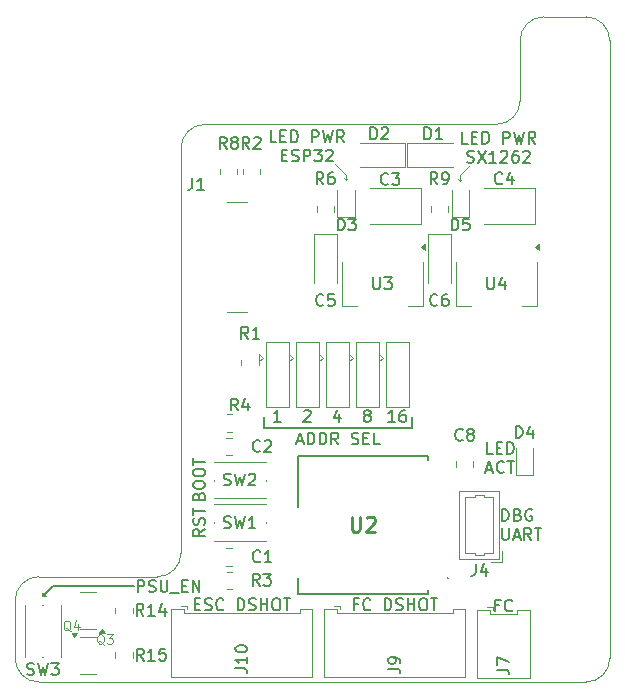
<source format=gbr>
G04 #@! TF.GenerationSoftware,KiCad,Pcbnew,9.0.3*
G04 #@! TF.CreationDate,2026-01-28T23:02:45+01:00*
G04 #@! TF.ProjectId,CM5IO_top,434d3549-4f5f-4746-9f70-2e6b69636164,rev?*
G04 #@! TF.SameCoordinates,Original*
G04 #@! TF.FileFunction,Legend,Top*
G04 #@! TF.FilePolarity,Positive*
%FSLAX46Y46*%
G04 Gerber Fmt 4.6, Leading zero omitted, Abs format (unit mm)*
G04 Created by KiCad (PCBNEW 9.0.3) date 2026-01-28 23:02:45*
%MOMM*%
%LPD*%
G01*
G04 APERTURE LIST*
%ADD10C,0.100000*%
%ADD11C,0.200000*%
%ADD12C,0.150000*%
%ADD13C,0.254000*%
%ADD14C,0.120000*%
G04 #@! TA.AperFunction,Profile*
%ADD15C,0.050000*%
G04 #@! TD*
G04 APERTURE END LIST*
D10*
X193301400Y-104058600D02*
X193301400Y-103601400D01*
X183649400Y-104007800D02*
X183801800Y-103855400D01*
X183497000Y-103855400D02*
X183649400Y-104007800D01*
X183649400Y-104007800D02*
X183649400Y-103550600D01*
D11*
X176664400Y-124988200D02*
X176664400Y-124099200D01*
X157995400Y-139212200D02*
X158808200Y-138399400D01*
D10*
X193301400Y-103601400D02*
X194165000Y-102737800D01*
X183649400Y-103550600D02*
X182735000Y-102636200D01*
D11*
X157995400Y-139212200D02*
X158249400Y-139212200D01*
D10*
X193301400Y-104058600D02*
X193453800Y-103906200D01*
D11*
X189237400Y-124099200D02*
X189237400Y-124988200D01*
X157995400Y-139212200D02*
X157995400Y-138958200D01*
X189237400Y-124988200D02*
X176664400Y-124988200D01*
X165717000Y-138399400D02*
X158808200Y-138399400D01*
D10*
X193149000Y-103906200D02*
X193301400Y-104058600D01*
D11*
X177752161Y-100810247D02*
X177275971Y-100810247D01*
X177275971Y-100810247D02*
X177275971Y-99810247D01*
X178085495Y-100286437D02*
X178418828Y-100286437D01*
X178561685Y-100810247D02*
X178085495Y-100810247D01*
X178085495Y-100810247D02*
X178085495Y-99810247D01*
X178085495Y-99810247D02*
X178561685Y-99810247D01*
X178990257Y-100810247D02*
X178990257Y-99810247D01*
X178990257Y-99810247D02*
X179228352Y-99810247D01*
X179228352Y-99810247D02*
X179371209Y-99857866D01*
X179371209Y-99857866D02*
X179466447Y-99953104D01*
X179466447Y-99953104D02*
X179514066Y-100048342D01*
X179514066Y-100048342D02*
X179561685Y-100238818D01*
X179561685Y-100238818D02*
X179561685Y-100381675D01*
X179561685Y-100381675D02*
X179514066Y-100572151D01*
X179514066Y-100572151D02*
X179466447Y-100667389D01*
X179466447Y-100667389D02*
X179371209Y-100762628D01*
X179371209Y-100762628D02*
X179228352Y-100810247D01*
X179228352Y-100810247D02*
X178990257Y-100810247D01*
X180752162Y-100810247D02*
X180752162Y-99810247D01*
X180752162Y-99810247D02*
X181133114Y-99810247D01*
X181133114Y-99810247D02*
X181228352Y-99857866D01*
X181228352Y-99857866D02*
X181275971Y-99905485D01*
X181275971Y-99905485D02*
X181323590Y-100000723D01*
X181323590Y-100000723D02*
X181323590Y-100143580D01*
X181323590Y-100143580D02*
X181275971Y-100238818D01*
X181275971Y-100238818D02*
X181228352Y-100286437D01*
X181228352Y-100286437D02*
X181133114Y-100334056D01*
X181133114Y-100334056D02*
X180752162Y-100334056D01*
X181656924Y-99810247D02*
X181895019Y-100810247D01*
X181895019Y-100810247D02*
X182085495Y-100095961D01*
X182085495Y-100095961D02*
X182275971Y-100810247D01*
X182275971Y-100810247D02*
X182514067Y-99810247D01*
X183466447Y-100810247D02*
X183133114Y-100334056D01*
X182895019Y-100810247D02*
X182895019Y-99810247D01*
X182895019Y-99810247D02*
X183275971Y-99810247D01*
X183275971Y-99810247D02*
X183371209Y-99857866D01*
X183371209Y-99857866D02*
X183418828Y-99905485D01*
X183418828Y-99905485D02*
X183466447Y-100000723D01*
X183466447Y-100000723D02*
X183466447Y-100143580D01*
X183466447Y-100143580D02*
X183418828Y-100238818D01*
X183418828Y-100238818D02*
X183371209Y-100286437D01*
X183371209Y-100286437D02*
X183275971Y-100334056D01*
X183275971Y-100334056D02*
X182895019Y-100334056D01*
X178204543Y-101896381D02*
X178537876Y-101896381D01*
X178680733Y-102420191D02*
X178204543Y-102420191D01*
X178204543Y-102420191D02*
X178204543Y-101420191D01*
X178204543Y-101420191D02*
X178680733Y-101420191D01*
X179061686Y-102372572D02*
X179204543Y-102420191D01*
X179204543Y-102420191D02*
X179442638Y-102420191D01*
X179442638Y-102420191D02*
X179537876Y-102372572D01*
X179537876Y-102372572D02*
X179585495Y-102324952D01*
X179585495Y-102324952D02*
X179633114Y-102229714D01*
X179633114Y-102229714D02*
X179633114Y-102134476D01*
X179633114Y-102134476D02*
X179585495Y-102039238D01*
X179585495Y-102039238D02*
X179537876Y-101991619D01*
X179537876Y-101991619D02*
X179442638Y-101944000D01*
X179442638Y-101944000D02*
X179252162Y-101896381D01*
X179252162Y-101896381D02*
X179156924Y-101848762D01*
X179156924Y-101848762D02*
X179109305Y-101801143D01*
X179109305Y-101801143D02*
X179061686Y-101705905D01*
X179061686Y-101705905D02*
X179061686Y-101610667D01*
X179061686Y-101610667D02*
X179109305Y-101515429D01*
X179109305Y-101515429D02*
X179156924Y-101467810D01*
X179156924Y-101467810D02*
X179252162Y-101420191D01*
X179252162Y-101420191D02*
X179490257Y-101420191D01*
X179490257Y-101420191D02*
X179633114Y-101467810D01*
X180061686Y-102420191D02*
X180061686Y-101420191D01*
X180061686Y-101420191D02*
X180442638Y-101420191D01*
X180442638Y-101420191D02*
X180537876Y-101467810D01*
X180537876Y-101467810D02*
X180585495Y-101515429D01*
X180585495Y-101515429D02*
X180633114Y-101610667D01*
X180633114Y-101610667D02*
X180633114Y-101753524D01*
X180633114Y-101753524D02*
X180585495Y-101848762D01*
X180585495Y-101848762D02*
X180537876Y-101896381D01*
X180537876Y-101896381D02*
X180442638Y-101944000D01*
X180442638Y-101944000D02*
X180061686Y-101944000D01*
X180966448Y-101420191D02*
X181585495Y-101420191D01*
X181585495Y-101420191D02*
X181252162Y-101801143D01*
X181252162Y-101801143D02*
X181395019Y-101801143D01*
X181395019Y-101801143D02*
X181490257Y-101848762D01*
X181490257Y-101848762D02*
X181537876Y-101896381D01*
X181537876Y-101896381D02*
X181585495Y-101991619D01*
X181585495Y-101991619D02*
X181585495Y-102229714D01*
X181585495Y-102229714D02*
X181537876Y-102324952D01*
X181537876Y-102324952D02*
X181490257Y-102372572D01*
X181490257Y-102372572D02*
X181395019Y-102420191D01*
X181395019Y-102420191D02*
X181109305Y-102420191D01*
X181109305Y-102420191D02*
X181014067Y-102372572D01*
X181014067Y-102372572D02*
X180966448Y-102324952D01*
X181966448Y-101515429D02*
X182014067Y-101467810D01*
X182014067Y-101467810D02*
X182109305Y-101420191D01*
X182109305Y-101420191D02*
X182347400Y-101420191D01*
X182347400Y-101420191D02*
X182442638Y-101467810D01*
X182442638Y-101467810D02*
X182490257Y-101515429D01*
X182490257Y-101515429D02*
X182537876Y-101610667D01*
X182537876Y-101610667D02*
X182537876Y-101705905D01*
X182537876Y-101705905D02*
X182490257Y-101848762D01*
X182490257Y-101848762D02*
X181918829Y-102420191D01*
X181918829Y-102420191D02*
X182537876Y-102420191D01*
X185342162Y-123913990D02*
X185246924Y-123866371D01*
X185246924Y-123866371D02*
X185199305Y-123818752D01*
X185199305Y-123818752D02*
X185151686Y-123723514D01*
X185151686Y-123723514D02*
X185151686Y-123675895D01*
X185151686Y-123675895D02*
X185199305Y-123580657D01*
X185199305Y-123580657D02*
X185246924Y-123533038D01*
X185246924Y-123533038D02*
X185342162Y-123485419D01*
X185342162Y-123485419D02*
X185532638Y-123485419D01*
X185532638Y-123485419D02*
X185627876Y-123533038D01*
X185627876Y-123533038D02*
X185675495Y-123580657D01*
X185675495Y-123580657D02*
X185723114Y-123675895D01*
X185723114Y-123675895D02*
X185723114Y-123723514D01*
X185723114Y-123723514D02*
X185675495Y-123818752D01*
X185675495Y-123818752D02*
X185627876Y-123866371D01*
X185627876Y-123866371D02*
X185532638Y-123913990D01*
X185532638Y-123913990D02*
X185342162Y-123913990D01*
X185342162Y-123913990D02*
X185246924Y-123961609D01*
X185246924Y-123961609D02*
X185199305Y-124009228D01*
X185199305Y-124009228D02*
X185151686Y-124104466D01*
X185151686Y-124104466D02*
X185151686Y-124294942D01*
X185151686Y-124294942D02*
X185199305Y-124390180D01*
X185199305Y-124390180D02*
X185246924Y-124437800D01*
X185246924Y-124437800D02*
X185342162Y-124485419D01*
X185342162Y-124485419D02*
X185532638Y-124485419D01*
X185532638Y-124485419D02*
X185627876Y-124437800D01*
X185627876Y-124437800D02*
X185675495Y-124390180D01*
X185675495Y-124390180D02*
X185723114Y-124294942D01*
X185723114Y-124294942D02*
X185723114Y-124104466D01*
X185723114Y-124104466D02*
X185675495Y-124009228D01*
X185675495Y-124009228D02*
X185627876Y-123961609D01*
X185627876Y-123961609D02*
X185532638Y-123913990D01*
X187786923Y-124485419D02*
X187215495Y-124485419D01*
X187501209Y-124485419D02*
X187501209Y-123485419D01*
X187501209Y-123485419D02*
X187405971Y-123628276D01*
X187405971Y-123628276D02*
X187310733Y-123723514D01*
X187310733Y-123723514D02*
X187215495Y-123771133D01*
X188644066Y-123485419D02*
X188453590Y-123485419D01*
X188453590Y-123485419D02*
X188358352Y-123533038D01*
X188358352Y-123533038D02*
X188310733Y-123580657D01*
X188310733Y-123580657D02*
X188215495Y-123723514D01*
X188215495Y-123723514D02*
X188167876Y-123913990D01*
X188167876Y-123913990D02*
X188167876Y-124294942D01*
X188167876Y-124294942D02*
X188215495Y-124390180D01*
X188215495Y-124390180D02*
X188263114Y-124437800D01*
X188263114Y-124437800D02*
X188358352Y-124485419D01*
X188358352Y-124485419D02*
X188548828Y-124485419D01*
X188548828Y-124485419D02*
X188644066Y-124437800D01*
X188644066Y-124437800D02*
X188691685Y-124390180D01*
X188691685Y-124390180D02*
X188739304Y-124294942D01*
X188739304Y-124294942D02*
X188739304Y-124056847D01*
X188739304Y-124056847D02*
X188691685Y-123961609D01*
X188691685Y-123961609D02*
X188644066Y-123913990D01*
X188644066Y-123913990D02*
X188548828Y-123866371D01*
X188548828Y-123866371D02*
X188358352Y-123866371D01*
X188358352Y-123866371D02*
X188263114Y-123913990D01*
X188263114Y-123913990D02*
X188215495Y-123961609D01*
X188215495Y-123961609D02*
X188167876Y-124056847D01*
X196052263Y-127194375D02*
X195576073Y-127194375D01*
X195576073Y-127194375D02*
X195576073Y-126194375D01*
X196385597Y-126670565D02*
X196718930Y-126670565D01*
X196861787Y-127194375D02*
X196385597Y-127194375D01*
X196385597Y-127194375D02*
X196385597Y-126194375D01*
X196385597Y-126194375D02*
X196861787Y-126194375D01*
X197290359Y-127194375D02*
X197290359Y-126194375D01*
X197290359Y-126194375D02*
X197528454Y-126194375D01*
X197528454Y-126194375D02*
X197671311Y-126241994D01*
X197671311Y-126241994D02*
X197766549Y-126337232D01*
X197766549Y-126337232D02*
X197814168Y-126432470D01*
X197814168Y-126432470D02*
X197861787Y-126622946D01*
X197861787Y-126622946D02*
X197861787Y-126765803D01*
X197861787Y-126765803D02*
X197814168Y-126956279D01*
X197814168Y-126956279D02*
X197766549Y-127051517D01*
X197766549Y-127051517D02*
X197671311Y-127146756D01*
X197671311Y-127146756D02*
X197528454Y-127194375D01*
X197528454Y-127194375D02*
X197290359Y-127194375D01*
X195528454Y-128518604D02*
X196004644Y-128518604D01*
X195433216Y-128804319D02*
X195766549Y-127804319D01*
X195766549Y-127804319D02*
X196099882Y-128804319D01*
X197004644Y-128709080D02*
X196957025Y-128756700D01*
X196957025Y-128756700D02*
X196814168Y-128804319D01*
X196814168Y-128804319D02*
X196718930Y-128804319D01*
X196718930Y-128804319D02*
X196576073Y-128756700D01*
X196576073Y-128756700D02*
X196480835Y-128661461D01*
X196480835Y-128661461D02*
X196433216Y-128566223D01*
X196433216Y-128566223D02*
X196385597Y-128375747D01*
X196385597Y-128375747D02*
X196385597Y-128232890D01*
X196385597Y-128232890D02*
X196433216Y-128042414D01*
X196433216Y-128042414D02*
X196480835Y-127947176D01*
X196480835Y-127947176D02*
X196576073Y-127851938D01*
X196576073Y-127851938D02*
X196718930Y-127804319D01*
X196718930Y-127804319D02*
X196814168Y-127804319D01*
X196814168Y-127804319D02*
X196957025Y-127851938D01*
X196957025Y-127851938D02*
X197004644Y-127899557D01*
X197290359Y-127804319D02*
X197861787Y-127804319D01*
X197576073Y-128804319D02*
X197576073Y-127804319D01*
X171699619Y-133563619D02*
X171223428Y-133896952D01*
X171699619Y-134135047D02*
X170699619Y-134135047D01*
X170699619Y-134135047D02*
X170699619Y-133754095D01*
X170699619Y-133754095D02*
X170747238Y-133658857D01*
X170747238Y-133658857D02*
X170794857Y-133611238D01*
X170794857Y-133611238D02*
X170890095Y-133563619D01*
X170890095Y-133563619D02*
X171032952Y-133563619D01*
X171032952Y-133563619D02*
X171128190Y-133611238D01*
X171128190Y-133611238D02*
X171175809Y-133658857D01*
X171175809Y-133658857D02*
X171223428Y-133754095D01*
X171223428Y-133754095D02*
X171223428Y-134135047D01*
X171652000Y-133182666D02*
X171699619Y-133039809D01*
X171699619Y-133039809D02*
X171699619Y-132801714D01*
X171699619Y-132801714D02*
X171652000Y-132706476D01*
X171652000Y-132706476D02*
X171604380Y-132658857D01*
X171604380Y-132658857D02*
X171509142Y-132611238D01*
X171509142Y-132611238D02*
X171413904Y-132611238D01*
X171413904Y-132611238D02*
X171318666Y-132658857D01*
X171318666Y-132658857D02*
X171271047Y-132706476D01*
X171271047Y-132706476D02*
X171223428Y-132801714D01*
X171223428Y-132801714D02*
X171175809Y-132992190D01*
X171175809Y-132992190D02*
X171128190Y-133087428D01*
X171128190Y-133087428D02*
X171080571Y-133135047D01*
X171080571Y-133135047D02*
X170985333Y-133182666D01*
X170985333Y-133182666D02*
X170890095Y-133182666D01*
X170890095Y-133182666D02*
X170794857Y-133135047D01*
X170794857Y-133135047D02*
X170747238Y-133087428D01*
X170747238Y-133087428D02*
X170699619Y-132992190D01*
X170699619Y-132992190D02*
X170699619Y-132754095D01*
X170699619Y-132754095D02*
X170747238Y-132611238D01*
X170699619Y-132325523D02*
X170699619Y-131754095D01*
X171699619Y-132039809D02*
X170699619Y-132039809D01*
X178103114Y-124485419D02*
X177531686Y-124485419D01*
X177817400Y-124485419D02*
X177817400Y-123485419D01*
X177817400Y-123485419D02*
X177722162Y-123628276D01*
X177722162Y-123628276D02*
X177626924Y-123723514D01*
X177626924Y-123723514D02*
X177531686Y-123771133D01*
X180071686Y-123580657D02*
X180119305Y-123533038D01*
X180119305Y-123533038D02*
X180214543Y-123485419D01*
X180214543Y-123485419D02*
X180452638Y-123485419D01*
X180452638Y-123485419D02*
X180547876Y-123533038D01*
X180547876Y-123533038D02*
X180595495Y-123580657D01*
X180595495Y-123580657D02*
X180643114Y-123675895D01*
X180643114Y-123675895D02*
X180643114Y-123771133D01*
X180643114Y-123771133D02*
X180595495Y-123913990D01*
X180595495Y-123913990D02*
X180024067Y-124485419D01*
X180024067Y-124485419D02*
X180643114Y-124485419D01*
X179498519Y-126095304D02*
X179974709Y-126095304D01*
X179403281Y-126381019D02*
X179736614Y-125381019D01*
X179736614Y-125381019D02*
X180069947Y-126381019D01*
X180403281Y-126381019D02*
X180403281Y-125381019D01*
X180403281Y-125381019D02*
X180641376Y-125381019D01*
X180641376Y-125381019D02*
X180784233Y-125428638D01*
X180784233Y-125428638D02*
X180879471Y-125523876D01*
X180879471Y-125523876D02*
X180927090Y-125619114D01*
X180927090Y-125619114D02*
X180974709Y-125809590D01*
X180974709Y-125809590D02*
X180974709Y-125952447D01*
X180974709Y-125952447D02*
X180927090Y-126142923D01*
X180927090Y-126142923D02*
X180879471Y-126238161D01*
X180879471Y-126238161D02*
X180784233Y-126333400D01*
X180784233Y-126333400D02*
X180641376Y-126381019D01*
X180641376Y-126381019D02*
X180403281Y-126381019D01*
X181403281Y-126381019D02*
X181403281Y-125381019D01*
X181403281Y-125381019D02*
X181641376Y-125381019D01*
X181641376Y-125381019D02*
X181784233Y-125428638D01*
X181784233Y-125428638D02*
X181879471Y-125523876D01*
X181879471Y-125523876D02*
X181927090Y-125619114D01*
X181927090Y-125619114D02*
X181974709Y-125809590D01*
X181974709Y-125809590D02*
X181974709Y-125952447D01*
X181974709Y-125952447D02*
X181927090Y-126142923D01*
X181927090Y-126142923D02*
X181879471Y-126238161D01*
X181879471Y-126238161D02*
X181784233Y-126333400D01*
X181784233Y-126333400D02*
X181641376Y-126381019D01*
X181641376Y-126381019D02*
X181403281Y-126381019D01*
X182974709Y-126381019D02*
X182641376Y-125904828D01*
X182403281Y-126381019D02*
X182403281Y-125381019D01*
X182403281Y-125381019D02*
X182784233Y-125381019D01*
X182784233Y-125381019D02*
X182879471Y-125428638D01*
X182879471Y-125428638D02*
X182927090Y-125476257D01*
X182927090Y-125476257D02*
X182974709Y-125571495D01*
X182974709Y-125571495D02*
X182974709Y-125714352D01*
X182974709Y-125714352D02*
X182927090Y-125809590D01*
X182927090Y-125809590D02*
X182879471Y-125857209D01*
X182879471Y-125857209D02*
X182784233Y-125904828D01*
X182784233Y-125904828D02*
X182403281Y-125904828D01*
X184117567Y-126333400D02*
X184260424Y-126381019D01*
X184260424Y-126381019D02*
X184498519Y-126381019D01*
X184498519Y-126381019D02*
X184593757Y-126333400D01*
X184593757Y-126333400D02*
X184641376Y-126285780D01*
X184641376Y-126285780D02*
X184688995Y-126190542D01*
X184688995Y-126190542D02*
X184688995Y-126095304D01*
X184688995Y-126095304D02*
X184641376Y-126000066D01*
X184641376Y-126000066D02*
X184593757Y-125952447D01*
X184593757Y-125952447D02*
X184498519Y-125904828D01*
X184498519Y-125904828D02*
X184308043Y-125857209D01*
X184308043Y-125857209D02*
X184212805Y-125809590D01*
X184212805Y-125809590D02*
X184165186Y-125761971D01*
X184165186Y-125761971D02*
X184117567Y-125666733D01*
X184117567Y-125666733D02*
X184117567Y-125571495D01*
X184117567Y-125571495D02*
X184165186Y-125476257D01*
X184165186Y-125476257D02*
X184212805Y-125428638D01*
X184212805Y-125428638D02*
X184308043Y-125381019D01*
X184308043Y-125381019D02*
X184546138Y-125381019D01*
X184546138Y-125381019D02*
X184688995Y-125428638D01*
X185117567Y-125857209D02*
X185450900Y-125857209D01*
X185593757Y-126381019D02*
X185117567Y-126381019D01*
X185117567Y-126381019D02*
X185117567Y-125381019D01*
X185117567Y-125381019D02*
X185593757Y-125381019D01*
X186498519Y-126381019D02*
X186022329Y-126381019D01*
X186022329Y-126381019D02*
X186022329Y-125381019D01*
X165993552Y-138876219D02*
X165993552Y-137876219D01*
X165993552Y-137876219D02*
X166374504Y-137876219D01*
X166374504Y-137876219D02*
X166469742Y-137923838D01*
X166469742Y-137923838D02*
X166517361Y-137971457D01*
X166517361Y-137971457D02*
X166564980Y-138066695D01*
X166564980Y-138066695D02*
X166564980Y-138209552D01*
X166564980Y-138209552D02*
X166517361Y-138304790D01*
X166517361Y-138304790D02*
X166469742Y-138352409D01*
X166469742Y-138352409D02*
X166374504Y-138400028D01*
X166374504Y-138400028D02*
X165993552Y-138400028D01*
X166945933Y-138828600D02*
X167088790Y-138876219D01*
X167088790Y-138876219D02*
X167326885Y-138876219D01*
X167326885Y-138876219D02*
X167422123Y-138828600D01*
X167422123Y-138828600D02*
X167469742Y-138780980D01*
X167469742Y-138780980D02*
X167517361Y-138685742D01*
X167517361Y-138685742D02*
X167517361Y-138590504D01*
X167517361Y-138590504D02*
X167469742Y-138495266D01*
X167469742Y-138495266D02*
X167422123Y-138447647D01*
X167422123Y-138447647D02*
X167326885Y-138400028D01*
X167326885Y-138400028D02*
X167136409Y-138352409D01*
X167136409Y-138352409D02*
X167041171Y-138304790D01*
X167041171Y-138304790D02*
X166993552Y-138257171D01*
X166993552Y-138257171D02*
X166945933Y-138161933D01*
X166945933Y-138161933D02*
X166945933Y-138066695D01*
X166945933Y-138066695D02*
X166993552Y-137971457D01*
X166993552Y-137971457D02*
X167041171Y-137923838D01*
X167041171Y-137923838D02*
X167136409Y-137876219D01*
X167136409Y-137876219D02*
X167374504Y-137876219D01*
X167374504Y-137876219D02*
X167517361Y-137923838D01*
X167945933Y-137876219D02*
X167945933Y-138685742D01*
X167945933Y-138685742D02*
X167993552Y-138780980D01*
X167993552Y-138780980D02*
X168041171Y-138828600D01*
X168041171Y-138828600D02*
X168136409Y-138876219D01*
X168136409Y-138876219D02*
X168326885Y-138876219D01*
X168326885Y-138876219D02*
X168422123Y-138828600D01*
X168422123Y-138828600D02*
X168469742Y-138780980D01*
X168469742Y-138780980D02*
X168517361Y-138685742D01*
X168517361Y-138685742D02*
X168517361Y-137876219D01*
X168755457Y-138971457D02*
X169517361Y-138971457D01*
X169755457Y-138352409D02*
X170088790Y-138352409D01*
X170231647Y-138876219D02*
X169755457Y-138876219D01*
X169755457Y-138876219D02*
X169755457Y-137876219D01*
X169755457Y-137876219D02*
X170231647Y-137876219D01*
X170660219Y-138876219D02*
X170660219Y-137876219D01*
X170660219Y-137876219D02*
X171231647Y-138876219D01*
X171231647Y-138876219D02*
X171231647Y-137876219D01*
X196846073Y-132870447D02*
X196846073Y-131870447D01*
X196846073Y-131870447D02*
X197084168Y-131870447D01*
X197084168Y-131870447D02*
X197227025Y-131918066D01*
X197227025Y-131918066D02*
X197322263Y-132013304D01*
X197322263Y-132013304D02*
X197369882Y-132108542D01*
X197369882Y-132108542D02*
X197417501Y-132299018D01*
X197417501Y-132299018D02*
X197417501Y-132441875D01*
X197417501Y-132441875D02*
X197369882Y-132632351D01*
X197369882Y-132632351D02*
X197322263Y-132727589D01*
X197322263Y-132727589D02*
X197227025Y-132822828D01*
X197227025Y-132822828D02*
X197084168Y-132870447D01*
X197084168Y-132870447D02*
X196846073Y-132870447D01*
X198179406Y-132346637D02*
X198322263Y-132394256D01*
X198322263Y-132394256D02*
X198369882Y-132441875D01*
X198369882Y-132441875D02*
X198417501Y-132537113D01*
X198417501Y-132537113D02*
X198417501Y-132679970D01*
X198417501Y-132679970D02*
X198369882Y-132775208D01*
X198369882Y-132775208D02*
X198322263Y-132822828D01*
X198322263Y-132822828D02*
X198227025Y-132870447D01*
X198227025Y-132870447D02*
X197846073Y-132870447D01*
X197846073Y-132870447D02*
X197846073Y-131870447D01*
X197846073Y-131870447D02*
X198179406Y-131870447D01*
X198179406Y-131870447D02*
X198274644Y-131918066D01*
X198274644Y-131918066D02*
X198322263Y-131965685D01*
X198322263Y-131965685D02*
X198369882Y-132060923D01*
X198369882Y-132060923D02*
X198369882Y-132156161D01*
X198369882Y-132156161D02*
X198322263Y-132251399D01*
X198322263Y-132251399D02*
X198274644Y-132299018D01*
X198274644Y-132299018D02*
X198179406Y-132346637D01*
X198179406Y-132346637D02*
X197846073Y-132346637D01*
X199369882Y-131918066D02*
X199274644Y-131870447D01*
X199274644Y-131870447D02*
X199131787Y-131870447D01*
X199131787Y-131870447D02*
X198988930Y-131918066D01*
X198988930Y-131918066D02*
X198893692Y-132013304D01*
X198893692Y-132013304D02*
X198846073Y-132108542D01*
X198846073Y-132108542D02*
X198798454Y-132299018D01*
X198798454Y-132299018D02*
X198798454Y-132441875D01*
X198798454Y-132441875D02*
X198846073Y-132632351D01*
X198846073Y-132632351D02*
X198893692Y-132727589D01*
X198893692Y-132727589D02*
X198988930Y-132822828D01*
X198988930Y-132822828D02*
X199131787Y-132870447D01*
X199131787Y-132870447D02*
X199227025Y-132870447D01*
X199227025Y-132870447D02*
X199369882Y-132822828D01*
X199369882Y-132822828D02*
X199417501Y-132775208D01*
X199417501Y-132775208D02*
X199417501Y-132441875D01*
X199417501Y-132441875D02*
X199227025Y-132441875D01*
X196846073Y-133480391D02*
X196846073Y-134289914D01*
X196846073Y-134289914D02*
X196893692Y-134385152D01*
X196893692Y-134385152D02*
X196941311Y-134432772D01*
X196941311Y-134432772D02*
X197036549Y-134480391D01*
X197036549Y-134480391D02*
X197227025Y-134480391D01*
X197227025Y-134480391D02*
X197322263Y-134432772D01*
X197322263Y-134432772D02*
X197369882Y-134385152D01*
X197369882Y-134385152D02*
X197417501Y-134289914D01*
X197417501Y-134289914D02*
X197417501Y-133480391D01*
X197846073Y-134194676D02*
X198322263Y-134194676D01*
X197750835Y-134480391D02*
X198084168Y-133480391D01*
X198084168Y-133480391D02*
X198417501Y-134480391D01*
X199322263Y-134480391D02*
X198988930Y-134004200D01*
X198750835Y-134480391D02*
X198750835Y-133480391D01*
X198750835Y-133480391D02*
X199131787Y-133480391D01*
X199131787Y-133480391D02*
X199227025Y-133528010D01*
X199227025Y-133528010D02*
X199274644Y-133575629D01*
X199274644Y-133575629D02*
X199322263Y-133670867D01*
X199322263Y-133670867D02*
X199322263Y-133813724D01*
X199322263Y-133813724D02*
X199274644Y-133908962D01*
X199274644Y-133908962D02*
X199227025Y-133956581D01*
X199227025Y-133956581D02*
X199131787Y-134004200D01*
X199131787Y-134004200D02*
X198750835Y-134004200D01*
X199607978Y-133480391D02*
X200179406Y-133480391D01*
X199893692Y-134480391D02*
X199893692Y-133480391D01*
X170840209Y-139902609D02*
X171173542Y-139902609D01*
X171316399Y-140426419D02*
X170840209Y-140426419D01*
X170840209Y-140426419D02*
X170840209Y-139426419D01*
X170840209Y-139426419D02*
X171316399Y-139426419D01*
X171697352Y-140378800D02*
X171840209Y-140426419D01*
X171840209Y-140426419D02*
X172078304Y-140426419D01*
X172078304Y-140426419D02*
X172173542Y-140378800D01*
X172173542Y-140378800D02*
X172221161Y-140331180D01*
X172221161Y-140331180D02*
X172268780Y-140235942D01*
X172268780Y-140235942D02*
X172268780Y-140140704D01*
X172268780Y-140140704D02*
X172221161Y-140045466D01*
X172221161Y-140045466D02*
X172173542Y-139997847D01*
X172173542Y-139997847D02*
X172078304Y-139950228D01*
X172078304Y-139950228D02*
X171887828Y-139902609D01*
X171887828Y-139902609D02*
X171792590Y-139854990D01*
X171792590Y-139854990D02*
X171744971Y-139807371D01*
X171744971Y-139807371D02*
X171697352Y-139712133D01*
X171697352Y-139712133D02*
X171697352Y-139616895D01*
X171697352Y-139616895D02*
X171744971Y-139521657D01*
X171744971Y-139521657D02*
X171792590Y-139474038D01*
X171792590Y-139474038D02*
X171887828Y-139426419D01*
X171887828Y-139426419D02*
X172125923Y-139426419D01*
X172125923Y-139426419D02*
X172268780Y-139474038D01*
X173268780Y-140331180D02*
X173221161Y-140378800D01*
X173221161Y-140378800D02*
X173078304Y-140426419D01*
X173078304Y-140426419D02*
X172983066Y-140426419D01*
X172983066Y-140426419D02*
X172840209Y-140378800D01*
X172840209Y-140378800D02*
X172744971Y-140283561D01*
X172744971Y-140283561D02*
X172697352Y-140188323D01*
X172697352Y-140188323D02*
X172649733Y-139997847D01*
X172649733Y-139997847D02*
X172649733Y-139854990D01*
X172649733Y-139854990D02*
X172697352Y-139664514D01*
X172697352Y-139664514D02*
X172744971Y-139569276D01*
X172744971Y-139569276D02*
X172840209Y-139474038D01*
X172840209Y-139474038D02*
X172983066Y-139426419D01*
X172983066Y-139426419D02*
X173078304Y-139426419D01*
X173078304Y-139426419D02*
X173221161Y-139474038D01*
X173221161Y-139474038D02*
X173268780Y-139521657D01*
X174459257Y-140426419D02*
X174459257Y-139426419D01*
X174459257Y-139426419D02*
X174697352Y-139426419D01*
X174697352Y-139426419D02*
X174840209Y-139474038D01*
X174840209Y-139474038D02*
X174935447Y-139569276D01*
X174935447Y-139569276D02*
X174983066Y-139664514D01*
X174983066Y-139664514D02*
X175030685Y-139854990D01*
X175030685Y-139854990D02*
X175030685Y-139997847D01*
X175030685Y-139997847D02*
X174983066Y-140188323D01*
X174983066Y-140188323D02*
X174935447Y-140283561D01*
X174935447Y-140283561D02*
X174840209Y-140378800D01*
X174840209Y-140378800D02*
X174697352Y-140426419D01*
X174697352Y-140426419D02*
X174459257Y-140426419D01*
X175411638Y-140378800D02*
X175554495Y-140426419D01*
X175554495Y-140426419D02*
X175792590Y-140426419D01*
X175792590Y-140426419D02*
X175887828Y-140378800D01*
X175887828Y-140378800D02*
X175935447Y-140331180D01*
X175935447Y-140331180D02*
X175983066Y-140235942D01*
X175983066Y-140235942D02*
X175983066Y-140140704D01*
X175983066Y-140140704D02*
X175935447Y-140045466D01*
X175935447Y-140045466D02*
X175887828Y-139997847D01*
X175887828Y-139997847D02*
X175792590Y-139950228D01*
X175792590Y-139950228D02*
X175602114Y-139902609D01*
X175602114Y-139902609D02*
X175506876Y-139854990D01*
X175506876Y-139854990D02*
X175459257Y-139807371D01*
X175459257Y-139807371D02*
X175411638Y-139712133D01*
X175411638Y-139712133D02*
X175411638Y-139616895D01*
X175411638Y-139616895D02*
X175459257Y-139521657D01*
X175459257Y-139521657D02*
X175506876Y-139474038D01*
X175506876Y-139474038D02*
X175602114Y-139426419D01*
X175602114Y-139426419D02*
X175840209Y-139426419D01*
X175840209Y-139426419D02*
X175983066Y-139474038D01*
X176411638Y-140426419D02*
X176411638Y-139426419D01*
X176411638Y-139902609D02*
X176983066Y-139902609D01*
X176983066Y-140426419D02*
X176983066Y-139426419D01*
X177649733Y-139426419D02*
X177840209Y-139426419D01*
X177840209Y-139426419D02*
X177935447Y-139474038D01*
X177935447Y-139474038D02*
X178030685Y-139569276D01*
X178030685Y-139569276D02*
X178078304Y-139759752D01*
X178078304Y-139759752D02*
X178078304Y-140093085D01*
X178078304Y-140093085D02*
X178030685Y-140283561D01*
X178030685Y-140283561D02*
X177935447Y-140378800D01*
X177935447Y-140378800D02*
X177840209Y-140426419D01*
X177840209Y-140426419D02*
X177649733Y-140426419D01*
X177649733Y-140426419D02*
X177554495Y-140378800D01*
X177554495Y-140378800D02*
X177459257Y-140283561D01*
X177459257Y-140283561D02*
X177411638Y-140093085D01*
X177411638Y-140093085D02*
X177411638Y-139759752D01*
X177411638Y-139759752D02*
X177459257Y-139569276D01*
X177459257Y-139569276D02*
X177554495Y-139474038D01*
X177554495Y-139474038D02*
X177649733Y-139426419D01*
X178364019Y-139426419D02*
X178935447Y-139426419D01*
X178649733Y-140426419D02*
X178649733Y-139426419D01*
X183087876Y-123818752D02*
X183087876Y-124485419D01*
X182849781Y-123437800D02*
X182611686Y-124152085D01*
X182611686Y-124152085D02*
X183230733Y-124152085D01*
X184621342Y-139902609D02*
X184288009Y-139902609D01*
X184288009Y-140426419D02*
X184288009Y-139426419D01*
X184288009Y-139426419D02*
X184764199Y-139426419D01*
X185716580Y-140331180D02*
X185668961Y-140378800D01*
X185668961Y-140378800D02*
X185526104Y-140426419D01*
X185526104Y-140426419D02*
X185430866Y-140426419D01*
X185430866Y-140426419D02*
X185288009Y-140378800D01*
X185288009Y-140378800D02*
X185192771Y-140283561D01*
X185192771Y-140283561D02*
X185145152Y-140188323D01*
X185145152Y-140188323D02*
X185097533Y-139997847D01*
X185097533Y-139997847D02*
X185097533Y-139854990D01*
X185097533Y-139854990D02*
X185145152Y-139664514D01*
X185145152Y-139664514D02*
X185192771Y-139569276D01*
X185192771Y-139569276D02*
X185288009Y-139474038D01*
X185288009Y-139474038D02*
X185430866Y-139426419D01*
X185430866Y-139426419D02*
X185526104Y-139426419D01*
X185526104Y-139426419D02*
X185668961Y-139474038D01*
X185668961Y-139474038D02*
X185716580Y-139521657D01*
X186907057Y-140426419D02*
X186907057Y-139426419D01*
X186907057Y-139426419D02*
X187145152Y-139426419D01*
X187145152Y-139426419D02*
X187288009Y-139474038D01*
X187288009Y-139474038D02*
X187383247Y-139569276D01*
X187383247Y-139569276D02*
X187430866Y-139664514D01*
X187430866Y-139664514D02*
X187478485Y-139854990D01*
X187478485Y-139854990D02*
X187478485Y-139997847D01*
X187478485Y-139997847D02*
X187430866Y-140188323D01*
X187430866Y-140188323D02*
X187383247Y-140283561D01*
X187383247Y-140283561D02*
X187288009Y-140378800D01*
X187288009Y-140378800D02*
X187145152Y-140426419D01*
X187145152Y-140426419D02*
X186907057Y-140426419D01*
X187859438Y-140378800D02*
X188002295Y-140426419D01*
X188002295Y-140426419D02*
X188240390Y-140426419D01*
X188240390Y-140426419D02*
X188335628Y-140378800D01*
X188335628Y-140378800D02*
X188383247Y-140331180D01*
X188383247Y-140331180D02*
X188430866Y-140235942D01*
X188430866Y-140235942D02*
X188430866Y-140140704D01*
X188430866Y-140140704D02*
X188383247Y-140045466D01*
X188383247Y-140045466D02*
X188335628Y-139997847D01*
X188335628Y-139997847D02*
X188240390Y-139950228D01*
X188240390Y-139950228D02*
X188049914Y-139902609D01*
X188049914Y-139902609D02*
X187954676Y-139854990D01*
X187954676Y-139854990D02*
X187907057Y-139807371D01*
X187907057Y-139807371D02*
X187859438Y-139712133D01*
X187859438Y-139712133D02*
X187859438Y-139616895D01*
X187859438Y-139616895D02*
X187907057Y-139521657D01*
X187907057Y-139521657D02*
X187954676Y-139474038D01*
X187954676Y-139474038D02*
X188049914Y-139426419D01*
X188049914Y-139426419D02*
X188288009Y-139426419D01*
X188288009Y-139426419D02*
X188430866Y-139474038D01*
X188859438Y-140426419D02*
X188859438Y-139426419D01*
X188859438Y-139902609D02*
X189430866Y-139902609D01*
X189430866Y-140426419D02*
X189430866Y-139426419D01*
X190097533Y-139426419D02*
X190288009Y-139426419D01*
X190288009Y-139426419D02*
X190383247Y-139474038D01*
X190383247Y-139474038D02*
X190478485Y-139569276D01*
X190478485Y-139569276D02*
X190526104Y-139759752D01*
X190526104Y-139759752D02*
X190526104Y-140093085D01*
X190526104Y-140093085D02*
X190478485Y-140283561D01*
X190478485Y-140283561D02*
X190383247Y-140378800D01*
X190383247Y-140378800D02*
X190288009Y-140426419D01*
X190288009Y-140426419D02*
X190097533Y-140426419D01*
X190097533Y-140426419D02*
X190002295Y-140378800D01*
X190002295Y-140378800D02*
X189907057Y-140283561D01*
X189907057Y-140283561D02*
X189859438Y-140093085D01*
X189859438Y-140093085D02*
X189859438Y-139759752D01*
X189859438Y-139759752D02*
X189907057Y-139569276D01*
X189907057Y-139569276D02*
X190002295Y-139474038D01*
X190002295Y-139474038D02*
X190097533Y-139426419D01*
X190811819Y-139426419D02*
X191383247Y-139426419D01*
X191097533Y-140426419D02*
X191097533Y-139426419D01*
X196614257Y-140004209D02*
X196280924Y-140004209D01*
X196280924Y-140528019D02*
X196280924Y-139528019D01*
X196280924Y-139528019D02*
X196757114Y-139528019D01*
X197709495Y-140432780D02*
X197661876Y-140480400D01*
X197661876Y-140480400D02*
X197519019Y-140528019D01*
X197519019Y-140528019D02*
X197423781Y-140528019D01*
X197423781Y-140528019D02*
X197280924Y-140480400D01*
X197280924Y-140480400D02*
X197185686Y-140385161D01*
X197185686Y-140385161D02*
X197138067Y-140289923D01*
X197138067Y-140289923D02*
X197090448Y-140099447D01*
X197090448Y-140099447D02*
X197090448Y-139956590D01*
X197090448Y-139956590D02*
X197138067Y-139766114D01*
X197138067Y-139766114D02*
X197185686Y-139670876D01*
X197185686Y-139670876D02*
X197280924Y-139575638D01*
X197280924Y-139575638D02*
X197423781Y-139528019D01*
X197423781Y-139528019D02*
X197519019Y-139528019D01*
X197519019Y-139528019D02*
X197661876Y-139575638D01*
X197661876Y-139575638D02*
X197709495Y-139623257D01*
X171175809Y-130766342D02*
X171223428Y-130623485D01*
X171223428Y-130623485D02*
X171271047Y-130575866D01*
X171271047Y-130575866D02*
X171366285Y-130528247D01*
X171366285Y-130528247D02*
X171509142Y-130528247D01*
X171509142Y-130528247D02*
X171604380Y-130575866D01*
X171604380Y-130575866D02*
X171652000Y-130623485D01*
X171652000Y-130623485D02*
X171699619Y-130718723D01*
X171699619Y-130718723D02*
X171699619Y-131099675D01*
X171699619Y-131099675D02*
X170699619Y-131099675D01*
X170699619Y-131099675D02*
X170699619Y-130766342D01*
X170699619Y-130766342D02*
X170747238Y-130671104D01*
X170747238Y-130671104D02*
X170794857Y-130623485D01*
X170794857Y-130623485D02*
X170890095Y-130575866D01*
X170890095Y-130575866D02*
X170985333Y-130575866D01*
X170985333Y-130575866D02*
X171080571Y-130623485D01*
X171080571Y-130623485D02*
X171128190Y-130671104D01*
X171128190Y-130671104D02*
X171175809Y-130766342D01*
X171175809Y-130766342D02*
X171175809Y-131099675D01*
X170699619Y-129909199D02*
X170699619Y-129718723D01*
X170699619Y-129718723D02*
X170747238Y-129623485D01*
X170747238Y-129623485D02*
X170842476Y-129528247D01*
X170842476Y-129528247D02*
X171032952Y-129480628D01*
X171032952Y-129480628D02*
X171366285Y-129480628D01*
X171366285Y-129480628D02*
X171556761Y-129528247D01*
X171556761Y-129528247D02*
X171652000Y-129623485D01*
X171652000Y-129623485D02*
X171699619Y-129718723D01*
X171699619Y-129718723D02*
X171699619Y-129909199D01*
X171699619Y-129909199D02*
X171652000Y-130004437D01*
X171652000Y-130004437D02*
X171556761Y-130099675D01*
X171556761Y-130099675D02*
X171366285Y-130147294D01*
X171366285Y-130147294D02*
X171032952Y-130147294D01*
X171032952Y-130147294D02*
X170842476Y-130099675D01*
X170842476Y-130099675D02*
X170747238Y-130004437D01*
X170747238Y-130004437D02*
X170699619Y-129909199D01*
X170699619Y-128861580D02*
X170699619Y-128671104D01*
X170699619Y-128671104D02*
X170747238Y-128575866D01*
X170747238Y-128575866D02*
X170842476Y-128480628D01*
X170842476Y-128480628D02*
X171032952Y-128433009D01*
X171032952Y-128433009D02*
X171366285Y-128433009D01*
X171366285Y-128433009D02*
X171556761Y-128480628D01*
X171556761Y-128480628D02*
X171652000Y-128575866D01*
X171652000Y-128575866D02*
X171699619Y-128671104D01*
X171699619Y-128671104D02*
X171699619Y-128861580D01*
X171699619Y-128861580D02*
X171652000Y-128956818D01*
X171652000Y-128956818D02*
X171556761Y-129052056D01*
X171556761Y-129052056D02*
X171366285Y-129099675D01*
X171366285Y-129099675D02*
X171032952Y-129099675D01*
X171032952Y-129099675D02*
X170842476Y-129052056D01*
X170842476Y-129052056D02*
X170747238Y-128956818D01*
X170747238Y-128956818D02*
X170699619Y-128861580D01*
X170699619Y-128147294D02*
X170699619Y-127575866D01*
X171699619Y-127861580D02*
X170699619Y-127861580D01*
X193957361Y-100911847D02*
X193481171Y-100911847D01*
X193481171Y-100911847D02*
X193481171Y-99911847D01*
X194290695Y-100388037D02*
X194624028Y-100388037D01*
X194766885Y-100911847D02*
X194290695Y-100911847D01*
X194290695Y-100911847D02*
X194290695Y-99911847D01*
X194290695Y-99911847D02*
X194766885Y-99911847D01*
X195195457Y-100911847D02*
X195195457Y-99911847D01*
X195195457Y-99911847D02*
X195433552Y-99911847D01*
X195433552Y-99911847D02*
X195576409Y-99959466D01*
X195576409Y-99959466D02*
X195671647Y-100054704D01*
X195671647Y-100054704D02*
X195719266Y-100149942D01*
X195719266Y-100149942D02*
X195766885Y-100340418D01*
X195766885Y-100340418D02*
X195766885Y-100483275D01*
X195766885Y-100483275D02*
X195719266Y-100673751D01*
X195719266Y-100673751D02*
X195671647Y-100768989D01*
X195671647Y-100768989D02*
X195576409Y-100864228D01*
X195576409Y-100864228D02*
X195433552Y-100911847D01*
X195433552Y-100911847D02*
X195195457Y-100911847D01*
X196957362Y-100911847D02*
X196957362Y-99911847D01*
X196957362Y-99911847D02*
X197338314Y-99911847D01*
X197338314Y-99911847D02*
X197433552Y-99959466D01*
X197433552Y-99959466D02*
X197481171Y-100007085D01*
X197481171Y-100007085D02*
X197528790Y-100102323D01*
X197528790Y-100102323D02*
X197528790Y-100245180D01*
X197528790Y-100245180D02*
X197481171Y-100340418D01*
X197481171Y-100340418D02*
X197433552Y-100388037D01*
X197433552Y-100388037D02*
X197338314Y-100435656D01*
X197338314Y-100435656D02*
X196957362Y-100435656D01*
X197862124Y-99911847D02*
X198100219Y-100911847D01*
X198100219Y-100911847D02*
X198290695Y-100197561D01*
X198290695Y-100197561D02*
X198481171Y-100911847D01*
X198481171Y-100911847D02*
X198719267Y-99911847D01*
X199671647Y-100911847D02*
X199338314Y-100435656D01*
X199100219Y-100911847D02*
X199100219Y-99911847D01*
X199100219Y-99911847D02*
X199481171Y-99911847D01*
X199481171Y-99911847D02*
X199576409Y-99959466D01*
X199576409Y-99959466D02*
X199624028Y-100007085D01*
X199624028Y-100007085D02*
X199671647Y-100102323D01*
X199671647Y-100102323D02*
X199671647Y-100245180D01*
X199671647Y-100245180D02*
X199624028Y-100340418D01*
X199624028Y-100340418D02*
X199576409Y-100388037D01*
X199576409Y-100388037D02*
X199481171Y-100435656D01*
X199481171Y-100435656D02*
X199100219Y-100435656D01*
X193885933Y-102474172D02*
X194028790Y-102521791D01*
X194028790Y-102521791D02*
X194266885Y-102521791D01*
X194266885Y-102521791D02*
X194362123Y-102474172D01*
X194362123Y-102474172D02*
X194409742Y-102426552D01*
X194409742Y-102426552D02*
X194457361Y-102331314D01*
X194457361Y-102331314D02*
X194457361Y-102236076D01*
X194457361Y-102236076D02*
X194409742Y-102140838D01*
X194409742Y-102140838D02*
X194362123Y-102093219D01*
X194362123Y-102093219D02*
X194266885Y-102045600D01*
X194266885Y-102045600D02*
X194076409Y-101997981D01*
X194076409Y-101997981D02*
X193981171Y-101950362D01*
X193981171Y-101950362D02*
X193933552Y-101902743D01*
X193933552Y-101902743D02*
X193885933Y-101807505D01*
X193885933Y-101807505D02*
X193885933Y-101712267D01*
X193885933Y-101712267D02*
X193933552Y-101617029D01*
X193933552Y-101617029D02*
X193981171Y-101569410D01*
X193981171Y-101569410D02*
X194076409Y-101521791D01*
X194076409Y-101521791D02*
X194314504Y-101521791D01*
X194314504Y-101521791D02*
X194457361Y-101569410D01*
X194790695Y-101521791D02*
X195457361Y-102521791D01*
X195457361Y-101521791D02*
X194790695Y-102521791D01*
X196362123Y-102521791D02*
X195790695Y-102521791D01*
X196076409Y-102521791D02*
X196076409Y-101521791D01*
X196076409Y-101521791D02*
X195981171Y-101664648D01*
X195981171Y-101664648D02*
X195885933Y-101759886D01*
X195885933Y-101759886D02*
X195790695Y-101807505D01*
X196743076Y-101617029D02*
X196790695Y-101569410D01*
X196790695Y-101569410D02*
X196885933Y-101521791D01*
X196885933Y-101521791D02*
X197124028Y-101521791D01*
X197124028Y-101521791D02*
X197219266Y-101569410D01*
X197219266Y-101569410D02*
X197266885Y-101617029D01*
X197266885Y-101617029D02*
X197314504Y-101712267D01*
X197314504Y-101712267D02*
X197314504Y-101807505D01*
X197314504Y-101807505D02*
X197266885Y-101950362D01*
X197266885Y-101950362D02*
X196695457Y-102521791D01*
X196695457Y-102521791D02*
X197314504Y-102521791D01*
X198171647Y-101521791D02*
X197981171Y-101521791D01*
X197981171Y-101521791D02*
X197885933Y-101569410D01*
X197885933Y-101569410D02*
X197838314Y-101617029D01*
X197838314Y-101617029D02*
X197743076Y-101759886D01*
X197743076Y-101759886D02*
X197695457Y-101950362D01*
X197695457Y-101950362D02*
X197695457Y-102331314D01*
X197695457Y-102331314D02*
X197743076Y-102426552D01*
X197743076Y-102426552D02*
X197790695Y-102474172D01*
X197790695Y-102474172D02*
X197885933Y-102521791D01*
X197885933Y-102521791D02*
X198076409Y-102521791D01*
X198076409Y-102521791D02*
X198171647Y-102474172D01*
X198171647Y-102474172D02*
X198219266Y-102426552D01*
X198219266Y-102426552D02*
X198266885Y-102331314D01*
X198266885Y-102331314D02*
X198266885Y-102093219D01*
X198266885Y-102093219D02*
X198219266Y-101997981D01*
X198219266Y-101997981D02*
X198171647Y-101950362D01*
X198171647Y-101950362D02*
X198076409Y-101902743D01*
X198076409Y-101902743D02*
X197885933Y-101902743D01*
X197885933Y-101902743D02*
X197790695Y-101950362D01*
X197790695Y-101950362D02*
X197743076Y-101997981D01*
X197743076Y-101997981D02*
X197695457Y-102093219D01*
X198647838Y-101617029D02*
X198695457Y-101569410D01*
X198695457Y-101569410D02*
X198790695Y-101521791D01*
X198790695Y-101521791D02*
X199028790Y-101521791D01*
X199028790Y-101521791D02*
X199124028Y-101569410D01*
X199124028Y-101569410D02*
X199171647Y-101617029D01*
X199171647Y-101617029D02*
X199219266Y-101712267D01*
X199219266Y-101712267D02*
X199219266Y-101807505D01*
X199219266Y-101807505D02*
X199171647Y-101950362D01*
X199171647Y-101950362D02*
X198600219Y-102521791D01*
X198600219Y-102521791D02*
X199219266Y-102521791D01*
D12*
X170616066Y-103818219D02*
X170616066Y-104532504D01*
X170616066Y-104532504D02*
X170568447Y-104675361D01*
X170568447Y-104675361D02*
X170473209Y-104770600D01*
X170473209Y-104770600D02*
X170330352Y-104818219D01*
X170330352Y-104818219D02*
X170235114Y-104818219D01*
X171616066Y-104818219D02*
X171044638Y-104818219D01*
X171330352Y-104818219D02*
X171330352Y-103818219D01*
X171330352Y-103818219D02*
X171235114Y-103961076D01*
X171235114Y-103961076D02*
X171139876Y-104056314D01*
X171139876Y-104056314D02*
X171044638Y-104103933D01*
X194619066Y-136508019D02*
X194619066Y-137222304D01*
X194619066Y-137222304D02*
X194571447Y-137365161D01*
X194571447Y-137365161D02*
X194476209Y-137460400D01*
X194476209Y-137460400D02*
X194333352Y-137508019D01*
X194333352Y-137508019D02*
X194238114Y-137508019D01*
X195523828Y-136841352D02*
X195523828Y-137508019D01*
X195285733Y-136460400D02*
X195047638Y-137174685D01*
X195047638Y-137174685D02*
X195666685Y-137174685D01*
X166496542Y-140886219D02*
X166163209Y-140410028D01*
X165925114Y-140886219D02*
X165925114Y-139886219D01*
X165925114Y-139886219D02*
X166306066Y-139886219D01*
X166306066Y-139886219D02*
X166401304Y-139933838D01*
X166401304Y-139933838D02*
X166448923Y-139981457D01*
X166448923Y-139981457D02*
X166496542Y-140076695D01*
X166496542Y-140076695D02*
X166496542Y-140219552D01*
X166496542Y-140219552D02*
X166448923Y-140314790D01*
X166448923Y-140314790D02*
X166401304Y-140362409D01*
X166401304Y-140362409D02*
X166306066Y-140410028D01*
X166306066Y-140410028D02*
X165925114Y-140410028D01*
X167448923Y-140886219D02*
X166877495Y-140886219D01*
X167163209Y-140886219D02*
X167163209Y-139886219D01*
X167163209Y-139886219D02*
X167067971Y-140029076D01*
X167067971Y-140029076D02*
X166972733Y-140124314D01*
X166972733Y-140124314D02*
X166877495Y-140171933D01*
X168306066Y-140219552D02*
X168306066Y-140886219D01*
X168067971Y-139838600D02*
X167829876Y-140552885D01*
X167829876Y-140552885D02*
X168448923Y-140552885D01*
X166502642Y-144685119D02*
X166169309Y-144208928D01*
X165931214Y-144685119D02*
X165931214Y-143685119D01*
X165931214Y-143685119D02*
X166312166Y-143685119D01*
X166312166Y-143685119D02*
X166407404Y-143732738D01*
X166407404Y-143732738D02*
X166455023Y-143780357D01*
X166455023Y-143780357D02*
X166502642Y-143875595D01*
X166502642Y-143875595D02*
X166502642Y-144018452D01*
X166502642Y-144018452D02*
X166455023Y-144113690D01*
X166455023Y-144113690D02*
X166407404Y-144161309D01*
X166407404Y-144161309D02*
X166312166Y-144208928D01*
X166312166Y-144208928D02*
X165931214Y-144208928D01*
X167455023Y-144685119D02*
X166883595Y-144685119D01*
X167169309Y-144685119D02*
X167169309Y-143685119D01*
X167169309Y-143685119D02*
X167074071Y-143827976D01*
X167074071Y-143827976D02*
X166978833Y-143923214D01*
X166978833Y-143923214D02*
X166883595Y-143970833D01*
X168359785Y-143685119D02*
X167883595Y-143685119D01*
X167883595Y-143685119D02*
X167835976Y-144161309D01*
X167835976Y-144161309D02*
X167883595Y-144113690D01*
X167883595Y-144113690D02*
X167978833Y-144066071D01*
X167978833Y-144066071D02*
X168216928Y-144066071D01*
X168216928Y-144066071D02*
X168312166Y-144113690D01*
X168312166Y-144113690D02*
X168359785Y-144161309D01*
X168359785Y-144161309D02*
X168407404Y-144256547D01*
X168407404Y-144256547D02*
X168407404Y-144494642D01*
X168407404Y-144494642D02*
X168359785Y-144589880D01*
X168359785Y-144589880D02*
X168312166Y-144637500D01*
X168312166Y-144637500D02*
X168216928Y-144685119D01*
X168216928Y-144685119D02*
X167978833Y-144685119D01*
X167978833Y-144685119D02*
X167883595Y-144637500D01*
X167883595Y-144637500D02*
X167835976Y-144589880D01*
D13*
X184117780Y-132502518D02*
X184117780Y-133530613D01*
X184117780Y-133530613D02*
X184178257Y-133651565D01*
X184178257Y-133651565D02*
X184238733Y-133712042D01*
X184238733Y-133712042D02*
X184359685Y-133772518D01*
X184359685Y-133772518D02*
X184601590Y-133772518D01*
X184601590Y-133772518D02*
X184722542Y-133712042D01*
X184722542Y-133712042D02*
X184783019Y-133651565D01*
X184783019Y-133651565D02*
X184843495Y-133530613D01*
X184843495Y-133530613D02*
X184843495Y-132502518D01*
X185387780Y-132623470D02*
X185448256Y-132562994D01*
X185448256Y-132562994D02*
X185569209Y-132502518D01*
X185569209Y-132502518D02*
X185871590Y-132502518D01*
X185871590Y-132502518D02*
X185992542Y-132562994D01*
X185992542Y-132562994D02*
X186053018Y-132623470D01*
X186053018Y-132623470D02*
X186113495Y-132744422D01*
X186113495Y-132744422D02*
X186113495Y-132865375D01*
X186113495Y-132865375D02*
X186053018Y-133046803D01*
X186053018Y-133046803D02*
X185327304Y-133772518D01*
X185327304Y-133772518D02*
X186113495Y-133772518D01*
D12*
X181718733Y-104361019D02*
X181385400Y-103884828D01*
X181147305Y-104361019D02*
X181147305Y-103361019D01*
X181147305Y-103361019D02*
X181528257Y-103361019D01*
X181528257Y-103361019D02*
X181623495Y-103408638D01*
X181623495Y-103408638D02*
X181671114Y-103456257D01*
X181671114Y-103456257D02*
X181718733Y-103551495D01*
X181718733Y-103551495D02*
X181718733Y-103694352D01*
X181718733Y-103694352D02*
X181671114Y-103789590D01*
X181671114Y-103789590D02*
X181623495Y-103837209D01*
X181623495Y-103837209D02*
X181528257Y-103884828D01*
X181528257Y-103884828D02*
X181147305Y-103884828D01*
X182575876Y-103361019D02*
X182385400Y-103361019D01*
X182385400Y-103361019D02*
X182290162Y-103408638D01*
X182290162Y-103408638D02*
X182242543Y-103456257D01*
X182242543Y-103456257D02*
X182147305Y-103599114D01*
X182147305Y-103599114D02*
X182099686Y-103789590D01*
X182099686Y-103789590D02*
X182099686Y-104170542D01*
X182099686Y-104170542D02*
X182147305Y-104265780D01*
X182147305Y-104265780D02*
X182194924Y-104313400D01*
X182194924Y-104313400D02*
X182290162Y-104361019D01*
X182290162Y-104361019D02*
X182480638Y-104361019D01*
X182480638Y-104361019D02*
X182575876Y-104313400D01*
X182575876Y-104313400D02*
X182623495Y-104265780D01*
X182623495Y-104265780D02*
X182671114Y-104170542D01*
X182671114Y-104170542D02*
X182671114Y-103932447D01*
X182671114Y-103932447D02*
X182623495Y-103837209D01*
X182623495Y-103837209D02*
X182575876Y-103789590D01*
X182575876Y-103789590D02*
X182480638Y-103741971D01*
X182480638Y-103741971D02*
X182290162Y-103741971D01*
X182290162Y-103741971D02*
X182194924Y-103789590D01*
X182194924Y-103789590D02*
X182147305Y-103837209D01*
X182147305Y-103837209D02*
X182099686Y-103932447D01*
X192577305Y-108272619D02*
X192577305Y-107272619D01*
X192577305Y-107272619D02*
X192815400Y-107272619D01*
X192815400Y-107272619D02*
X192958257Y-107320238D01*
X192958257Y-107320238D02*
X193053495Y-107415476D01*
X193053495Y-107415476D02*
X193101114Y-107510714D01*
X193101114Y-107510714D02*
X193148733Y-107701190D01*
X193148733Y-107701190D02*
X193148733Y-107844047D01*
X193148733Y-107844047D02*
X193101114Y-108034523D01*
X193101114Y-108034523D02*
X193053495Y-108129761D01*
X193053495Y-108129761D02*
X192958257Y-108225000D01*
X192958257Y-108225000D02*
X192815400Y-108272619D01*
X192815400Y-108272619D02*
X192577305Y-108272619D01*
X194053495Y-107272619D02*
X193577305Y-107272619D01*
X193577305Y-107272619D02*
X193529686Y-107748809D01*
X193529686Y-107748809D02*
X193577305Y-107701190D01*
X193577305Y-107701190D02*
X193672543Y-107653571D01*
X193672543Y-107653571D02*
X193910638Y-107653571D01*
X193910638Y-107653571D02*
X194005876Y-107701190D01*
X194005876Y-107701190D02*
X194053495Y-107748809D01*
X194053495Y-107748809D02*
X194101114Y-107844047D01*
X194101114Y-107844047D02*
X194101114Y-108082142D01*
X194101114Y-108082142D02*
X194053495Y-108177380D01*
X194053495Y-108177380D02*
X194005876Y-108225000D01*
X194005876Y-108225000D02*
X193910638Y-108272619D01*
X193910638Y-108272619D02*
X193672543Y-108272619D01*
X193672543Y-108272619D02*
X193577305Y-108225000D01*
X193577305Y-108225000D02*
X193529686Y-108177380D01*
D10*
X160320309Y-142193285D02*
X160244119Y-142155190D01*
X160244119Y-142155190D02*
X160167928Y-142079000D01*
X160167928Y-142079000D02*
X160053642Y-141964714D01*
X160053642Y-141964714D02*
X159977452Y-141926619D01*
X159977452Y-141926619D02*
X159901261Y-141926619D01*
X159939357Y-142117095D02*
X159863166Y-142079000D01*
X159863166Y-142079000D02*
X159786976Y-142002809D01*
X159786976Y-142002809D02*
X159748880Y-141850428D01*
X159748880Y-141850428D02*
X159748880Y-141583761D01*
X159748880Y-141583761D02*
X159786976Y-141431380D01*
X159786976Y-141431380D02*
X159863166Y-141355190D01*
X159863166Y-141355190D02*
X159939357Y-141317095D01*
X159939357Y-141317095D02*
X160091738Y-141317095D01*
X160091738Y-141317095D02*
X160167928Y-141355190D01*
X160167928Y-141355190D02*
X160244119Y-141431380D01*
X160244119Y-141431380D02*
X160282214Y-141583761D01*
X160282214Y-141583761D02*
X160282214Y-141850428D01*
X160282214Y-141850428D02*
X160244119Y-142002809D01*
X160244119Y-142002809D02*
X160167928Y-142079000D01*
X160167928Y-142079000D02*
X160091738Y-142117095D01*
X160091738Y-142117095D02*
X159939357Y-142117095D01*
X160967928Y-141583761D02*
X160967928Y-142117095D01*
X160777452Y-141279000D02*
X160586975Y-141850428D01*
X160586975Y-141850428D02*
X161082214Y-141850428D01*
D12*
X173525933Y-101363819D02*
X173192600Y-100887628D01*
X172954505Y-101363819D02*
X172954505Y-100363819D01*
X172954505Y-100363819D02*
X173335457Y-100363819D01*
X173335457Y-100363819D02*
X173430695Y-100411438D01*
X173430695Y-100411438D02*
X173478314Y-100459057D01*
X173478314Y-100459057D02*
X173525933Y-100554295D01*
X173525933Y-100554295D02*
X173525933Y-100697152D01*
X173525933Y-100697152D02*
X173478314Y-100792390D01*
X173478314Y-100792390D02*
X173430695Y-100840009D01*
X173430695Y-100840009D02*
X173335457Y-100887628D01*
X173335457Y-100887628D02*
X172954505Y-100887628D01*
X174097362Y-100792390D02*
X174002124Y-100744771D01*
X174002124Y-100744771D02*
X173954505Y-100697152D01*
X173954505Y-100697152D02*
X173906886Y-100601914D01*
X173906886Y-100601914D02*
X173906886Y-100554295D01*
X173906886Y-100554295D02*
X173954505Y-100459057D01*
X173954505Y-100459057D02*
X174002124Y-100411438D01*
X174002124Y-100411438D02*
X174097362Y-100363819D01*
X174097362Y-100363819D02*
X174287838Y-100363819D01*
X174287838Y-100363819D02*
X174383076Y-100411438D01*
X174383076Y-100411438D02*
X174430695Y-100459057D01*
X174430695Y-100459057D02*
X174478314Y-100554295D01*
X174478314Y-100554295D02*
X174478314Y-100601914D01*
X174478314Y-100601914D02*
X174430695Y-100697152D01*
X174430695Y-100697152D02*
X174383076Y-100744771D01*
X174383076Y-100744771D02*
X174287838Y-100792390D01*
X174287838Y-100792390D02*
X174097362Y-100792390D01*
X174097362Y-100792390D02*
X174002124Y-100840009D01*
X174002124Y-100840009D02*
X173954505Y-100887628D01*
X173954505Y-100887628D02*
X173906886Y-100982866D01*
X173906886Y-100982866D02*
X173906886Y-101173342D01*
X173906886Y-101173342D02*
X173954505Y-101268580D01*
X173954505Y-101268580D02*
X174002124Y-101316200D01*
X174002124Y-101316200D02*
X174097362Y-101363819D01*
X174097362Y-101363819D02*
X174287838Y-101363819D01*
X174287838Y-101363819D02*
X174383076Y-101316200D01*
X174383076Y-101316200D02*
X174430695Y-101268580D01*
X174430695Y-101268580D02*
X174478314Y-101173342D01*
X174478314Y-101173342D02*
X174478314Y-100982866D01*
X174478314Y-100982866D02*
X174430695Y-100887628D01*
X174430695Y-100887628D02*
X174383076Y-100840009D01*
X174383076Y-100840009D02*
X174287838Y-100792390D01*
X196426219Y-145465533D02*
X197140504Y-145465533D01*
X197140504Y-145465533D02*
X197283361Y-145513152D01*
X197283361Y-145513152D02*
X197378600Y-145608390D01*
X197378600Y-145608390D02*
X197426219Y-145751247D01*
X197426219Y-145751247D02*
X197426219Y-145846485D01*
X196426219Y-145084580D02*
X196426219Y-144417914D01*
X196426219Y-144417914D02*
X197426219Y-144846485D01*
X174491133Y-123512619D02*
X174157800Y-123036428D01*
X173919705Y-123512619D02*
X173919705Y-122512619D01*
X173919705Y-122512619D02*
X174300657Y-122512619D01*
X174300657Y-122512619D02*
X174395895Y-122560238D01*
X174395895Y-122560238D02*
X174443514Y-122607857D01*
X174443514Y-122607857D02*
X174491133Y-122703095D01*
X174491133Y-122703095D02*
X174491133Y-122845952D01*
X174491133Y-122845952D02*
X174443514Y-122941190D01*
X174443514Y-122941190D02*
X174395895Y-122988809D01*
X174395895Y-122988809D02*
X174300657Y-123036428D01*
X174300657Y-123036428D02*
X173919705Y-123036428D01*
X175348276Y-122845952D02*
X175348276Y-123512619D01*
X175110181Y-122465000D02*
X174872086Y-123179285D01*
X174872086Y-123179285D02*
X175491133Y-123179285D01*
D10*
X163150309Y-143336285D02*
X163074119Y-143298190D01*
X163074119Y-143298190D02*
X162997928Y-143222000D01*
X162997928Y-143222000D02*
X162883642Y-143107714D01*
X162883642Y-143107714D02*
X162807452Y-143069619D01*
X162807452Y-143069619D02*
X162731261Y-143069619D01*
X162769357Y-143260095D02*
X162693166Y-143222000D01*
X162693166Y-143222000D02*
X162616976Y-143145809D01*
X162616976Y-143145809D02*
X162578880Y-142993428D01*
X162578880Y-142993428D02*
X162578880Y-142726761D01*
X162578880Y-142726761D02*
X162616976Y-142574380D01*
X162616976Y-142574380D02*
X162693166Y-142498190D01*
X162693166Y-142498190D02*
X162769357Y-142460095D01*
X162769357Y-142460095D02*
X162921738Y-142460095D01*
X162921738Y-142460095D02*
X162997928Y-142498190D01*
X162997928Y-142498190D02*
X163074119Y-142574380D01*
X163074119Y-142574380D02*
X163112214Y-142726761D01*
X163112214Y-142726761D02*
X163112214Y-142993428D01*
X163112214Y-142993428D02*
X163074119Y-143145809D01*
X163074119Y-143145809D02*
X162997928Y-143222000D01*
X162997928Y-143222000D02*
X162921738Y-143260095D01*
X162921738Y-143260095D02*
X162769357Y-143260095D01*
X163378880Y-142460095D02*
X163874118Y-142460095D01*
X163874118Y-142460095D02*
X163607452Y-142764857D01*
X163607452Y-142764857D02*
X163721737Y-142764857D01*
X163721737Y-142764857D02*
X163797928Y-142802952D01*
X163797928Y-142802952D02*
X163836023Y-142841047D01*
X163836023Y-142841047D02*
X163874118Y-142917238D01*
X163874118Y-142917238D02*
X163874118Y-143107714D01*
X163874118Y-143107714D02*
X163836023Y-143183904D01*
X163836023Y-143183904D02*
X163797928Y-143222000D01*
X163797928Y-143222000D02*
X163721737Y-143260095D01*
X163721737Y-143260095D02*
X163493166Y-143260095D01*
X163493166Y-143260095D02*
X163416975Y-143222000D01*
X163416975Y-143222000D02*
X163378880Y-143183904D01*
D12*
X185705305Y-100551019D02*
X185705305Y-99551019D01*
X185705305Y-99551019D02*
X185943400Y-99551019D01*
X185943400Y-99551019D02*
X186086257Y-99598638D01*
X186086257Y-99598638D02*
X186181495Y-99693876D01*
X186181495Y-99693876D02*
X186229114Y-99789114D01*
X186229114Y-99789114D02*
X186276733Y-99979590D01*
X186276733Y-99979590D02*
X186276733Y-100122447D01*
X186276733Y-100122447D02*
X186229114Y-100312923D01*
X186229114Y-100312923D02*
X186181495Y-100408161D01*
X186181495Y-100408161D02*
X186086257Y-100503400D01*
X186086257Y-100503400D02*
X185943400Y-100551019D01*
X185943400Y-100551019D02*
X185705305Y-100551019D01*
X186657686Y-99646257D02*
X186705305Y-99598638D01*
X186705305Y-99598638D02*
X186800543Y-99551019D01*
X186800543Y-99551019D02*
X187038638Y-99551019D01*
X187038638Y-99551019D02*
X187133876Y-99598638D01*
X187133876Y-99598638D02*
X187181495Y-99646257D01*
X187181495Y-99646257D02*
X187229114Y-99741495D01*
X187229114Y-99741495D02*
X187229114Y-99836733D01*
X187229114Y-99836733D02*
X187181495Y-99979590D01*
X187181495Y-99979590D02*
X186610067Y-100551019D01*
X186610067Y-100551019D02*
X187229114Y-100551019D01*
X181718733Y-114578180D02*
X181671114Y-114625800D01*
X181671114Y-114625800D02*
X181528257Y-114673419D01*
X181528257Y-114673419D02*
X181433019Y-114673419D01*
X181433019Y-114673419D02*
X181290162Y-114625800D01*
X181290162Y-114625800D02*
X181194924Y-114530561D01*
X181194924Y-114530561D02*
X181147305Y-114435323D01*
X181147305Y-114435323D02*
X181099686Y-114244847D01*
X181099686Y-114244847D02*
X181099686Y-114101990D01*
X181099686Y-114101990D02*
X181147305Y-113911514D01*
X181147305Y-113911514D02*
X181194924Y-113816276D01*
X181194924Y-113816276D02*
X181290162Y-113721038D01*
X181290162Y-113721038D02*
X181433019Y-113673419D01*
X181433019Y-113673419D02*
X181528257Y-113673419D01*
X181528257Y-113673419D02*
X181671114Y-113721038D01*
X181671114Y-113721038D02*
X181718733Y-113768657D01*
X182623495Y-113673419D02*
X182147305Y-113673419D01*
X182147305Y-113673419D02*
X182099686Y-114149609D01*
X182099686Y-114149609D02*
X182147305Y-114101990D01*
X182147305Y-114101990D02*
X182242543Y-114054371D01*
X182242543Y-114054371D02*
X182480638Y-114054371D01*
X182480638Y-114054371D02*
X182575876Y-114101990D01*
X182575876Y-114101990D02*
X182623495Y-114149609D01*
X182623495Y-114149609D02*
X182671114Y-114244847D01*
X182671114Y-114244847D02*
X182671114Y-114482942D01*
X182671114Y-114482942D02*
X182623495Y-114578180D01*
X182623495Y-114578180D02*
X182575876Y-114625800D01*
X182575876Y-114625800D02*
X182480638Y-114673419D01*
X182480638Y-114673419D02*
X182242543Y-114673419D01*
X182242543Y-114673419D02*
X182147305Y-114625800D01*
X182147305Y-114625800D02*
X182099686Y-114578180D01*
X176319933Y-138346219D02*
X175986600Y-137870028D01*
X175748505Y-138346219D02*
X175748505Y-137346219D01*
X175748505Y-137346219D02*
X176129457Y-137346219D01*
X176129457Y-137346219D02*
X176224695Y-137393838D01*
X176224695Y-137393838D02*
X176272314Y-137441457D01*
X176272314Y-137441457D02*
X176319933Y-137536695D01*
X176319933Y-137536695D02*
X176319933Y-137679552D01*
X176319933Y-137679552D02*
X176272314Y-137774790D01*
X176272314Y-137774790D02*
X176224695Y-137822409D01*
X176224695Y-137822409D02*
X176129457Y-137870028D01*
X176129457Y-137870028D02*
X175748505Y-137870028D01*
X176653267Y-137346219D02*
X177272314Y-137346219D01*
X177272314Y-137346219D02*
X176938981Y-137727171D01*
X176938981Y-137727171D02*
X177081838Y-137727171D01*
X177081838Y-137727171D02*
X177177076Y-137774790D01*
X177177076Y-137774790D02*
X177224695Y-137822409D01*
X177224695Y-137822409D02*
X177272314Y-137917647D01*
X177272314Y-137917647D02*
X177272314Y-138155742D01*
X177272314Y-138155742D02*
X177224695Y-138250980D01*
X177224695Y-138250980D02*
X177177076Y-138298600D01*
X177177076Y-138298600D02*
X177081838Y-138346219D01*
X177081838Y-138346219D02*
X176796124Y-138346219D01*
X176796124Y-138346219D02*
X176700886Y-138298600D01*
X176700886Y-138298600D02*
X176653267Y-138250980D01*
X174271219Y-145355723D02*
X174985504Y-145355723D01*
X174985504Y-145355723D02*
X175128361Y-145403342D01*
X175128361Y-145403342D02*
X175223600Y-145498580D01*
X175223600Y-145498580D02*
X175271219Y-145641437D01*
X175271219Y-145641437D02*
X175271219Y-145736675D01*
X175271219Y-144355723D02*
X175271219Y-144927151D01*
X175271219Y-144641437D02*
X174271219Y-144641437D01*
X174271219Y-144641437D02*
X174414076Y-144736675D01*
X174414076Y-144736675D02*
X174509314Y-144831913D01*
X174509314Y-144831913D02*
X174556933Y-144927151D01*
X174271219Y-143736675D02*
X174271219Y-143641437D01*
X174271219Y-143641437D02*
X174318838Y-143546199D01*
X174318838Y-143546199D02*
X174366457Y-143498580D01*
X174366457Y-143498580D02*
X174461695Y-143450961D01*
X174461695Y-143450961D02*
X174652171Y-143403342D01*
X174652171Y-143403342D02*
X174890266Y-143403342D01*
X174890266Y-143403342D02*
X175080742Y-143450961D01*
X175080742Y-143450961D02*
X175175980Y-143498580D01*
X175175980Y-143498580D02*
X175223600Y-143546199D01*
X175223600Y-143546199D02*
X175271219Y-143641437D01*
X175271219Y-143641437D02*
X175271219Y-143736675D01*
X175271219Y-143736675D02*
X175223600Y-143831913D01*
X175223600Y-143831913D02*
X175175980Y-143879532D01*
X175175980Y-143879532D02*
X175080742Y-143927151D01*
X175080742Y-143927151D02*
X174890266Y-143974770D01*
X174890266Y-143974770D02*
X174652171Y-143974770D01*
X174652171Y-143974770D02*
X174461695Y-143927151D01*
X174461695Y-143927151D02*
X174366457Y-143879532D01*
X174366457Y-143879532D02*
X174318838Y-143831913D01*
X174318838Y-143831913D02*
X174271219Y-143736675D01*
X193515733Y-125982780D02*
X193468114Y-126030400D01*
X193468114Y-126030400D02*
X193325257Y-126078019D01*
X193325257Y-126078019D02*
X193230019Y-126078019D01*
X193230019Y-126078019D02*
X193087162Y-126030400D01*
X193087162Y-126030400D02*
X192991924Y-125935161D01*
X192991924Y-125935161D02*
X192944305Y-125839923D01*
X192944305Y-125839923D02*
X192896686Y-125649447D01*
X192896686Y-125649447D02*
X192896686Y-125506590D01*
X192896686Y-125506590D02*
X192944305Y-125316114D01*
X192944305Y-125316114D02*
X192991924Y-125220876D01*
X192991924Y-125220876D02*
X193087162Y-125125638D01*
X193087162Y-125125638D02*
X193230019Y-125078019D01*
X193230019Y-125078019D02*
X193325257Y-125078019D01*
X193325257Y-125078019D02*
X193468114Y-125125638D01*
X193468114Y-125125638D02*
X193515733Y-125173257D01*
X194087162Y-125506590D02*
X193991924Y-125458971D01*
X193991924Y-125458971D02*
X193944305Y-125411352D01*
X193944305Y-125411352D02*
X193896686Y-125316114D01*
X193896686Y-125316114D02*
X193896686Y-125268495D01*
X193896686Y-125268495D02*
X193944305Y-125173257D01*
X193944305Y-125173257D02*
X193991924Y-125125638D01*
X193991924Y-125125638D02*
X194087162Y-125078019D01*
X194087162Y-125078019D02*
X194277638Y-125078019D01*
X194277638Y-125078019D02*
X194372876Y-125125638D01*
X194372876Y-125125638D02*
X194420495Y-125173257D01*
X194420495Y-125173257D02*
X194468114Y-125268495D01*
X194468114Y-125268495D02*
X194468114Y-125316114D01*
X194468114Y-125316114D02*
X194420495Y-125411352D01*
X194420495Y-125411352D02*
X194372876Y-125458971D01*
X194372876Y-125458971D02*
X194277638Y-125506590D01*
X194277638Y-125506590D02*
X194087162Y-125506590D01*
X194087162Y-125506590D02*
X193991924Y-125554209D01*
X193991924Y-125554209D02*
X193944305Y-125601828D01*
X193944305Y-125601828D02*
X193896686Y-125697066D01*
X193896686Y-125697066D02*
X193896686Y-125887542D01*
X193896686Y-125887542D02*
X193944305Y-125982780D01*
X193944305Y-125982780D02*
X193991924Y-126030400D01*
X193991924Y-126030400D02*
X194087162Y-126078019D01*
X194087162Y-126078019D02*
X194277638Y-126078019D01*
X194277638Y-126078019D02*
X194372876Y-126030400D01*
X194372876Y-126030400D02*
X194420495Y-125982780D01*
X194420495Y-125982780D02*
X194468114Y-125887542D01*
X194468114Y-125887542D02*
X194468114Y-125697066D01*
X194468114Y-125697066D02*
X194420495Y-125601828D01*
X194420495Y-125601828D02*
X194372876Y-125554209D01*
X194372876Y-125554209D02*
X194277638Y-125506590D01*
X198024305Y-125835319D02*
X198024305Y-124835319D01*
X198024305Y-124835319D02*
X198262400Y-124835319D01*
X198262400Y-124835319D02*
X198405257Y-124882938D01*
X198405257Y-124882938D02*
X198500495Y-124978176D01*
X198500495Y-124978176D02*
X198548114Y-125073414D01*
X198548114Y-125073414D02*
X198595733Y-125263890D01*
X198595733Y-125263890D02*
X198595733Y-125406747D01*
X198595733Y-125406747D02*
X198548114Y-125597223D01*
X198548114Y-125597223D02*
X198500495Y-125692461D01*
X198500495Y-125692461D02*
X198405257Y-125787700D01*
X198405257Y-125787700D02*
X198262400Y-125835319D01*
X198262400Y-125835319D02*
X198024305Y-125835319D01*
X199452876Y-125168652D02*
X199452876Y-125835319D01*
X199214781Y-124787700D02*
X198976686Y-125501985D01*
X198976686Y-125501985D02*
X199595733Y-125501985D01*
X187217233Y-104316580D02*
X187169614Y-104364200D01*
X187169614Y-104364200D02*
X187026757Y-104411819D01*
X187026757Y-104411819D02*
X186931519Y-104411819D01*
X186931519Y-104411819D02*
X186788662Y-104364200D01*
X186788662Y-104364200D02*
X186693424Y-104268961D01*
X186693424Y-104268961D02*
X186645805Y-104173723D01*
X186645805Y-104173723D02*
X186598186Y-103983247D01*
X186598186Y-103983247D02*
X186598186Y-103840390D01*
X186598186Y-103840390D02*
X186645805Y-103649914D01*
X186645805Y-103649914D02*
X186693424Y-103554676D01*
X186693424Y-103554676D02*
X186788662Y-103459438D01*
X186788662Y-103459438D02*
X186931519Y-103411819D01*
X186931519Y-103411819D02*
X187026757Y-103411819D01*
X187026757Y-103411819D02*
X187169614Y-103459438D01*
X187169614Y-103459438D02*
X187217233Y-103507057D01*
X187550567Y-103411819D02*
X188169614Y-103411819D01*
X188169614Y-103411819D02*
X187836281Y-103792771D01*
X187836281Y-103792771D02*
X187979138Y-103792771D01*
X187979138Y-103792771D02*
X188074376Y-103840390D01*
X188074376Y-103840390D02*
X188121995Y-103888009D01*
X188121995Y-103888009D02*
X188169614Y-103983247D01*
X188169614Y-103983247D02*
X188169614Y-104221342D01*
X188169614Y-104221342D02*
X188121995Y-104316580D01*
X188121995Y-104316580D02*
X188074376Y-104364200D01*
X188074376Y-104364200D02*
X187979138Y-104411819D01*
X187979138Y-104411819D02*
X187693424Y-104411819D01*
X187693424Y-104411819D02*
X187598186Y-104364200D01*
X187598186Y-104364200D02*
X187550567Y-104316580D01*
X196869233Y-104265780D02*
X196821614Y-104313400D01*
X196821614Y-104313400D02*
X196678757Y-104361019D01*
X196678757Y-104361019D02*
X196583519Y-104361019D01*
X196583519Y-104361019D02*
X196440662Y-104313400D01*
X196440662Y-104313400D02*
X196345424Y-104218161D01*
X196345424Y-104218161D02*
X196297805Y-104122923D01*
X196297805Y-104122923D02*
X196250186Y-103932447D01*
X196250186Y-103932447D02*
X196250186Y-103789590D01*
X196250186Y-103789590D02*
X196297805Y-103599114D01*
X196297805Y-103599114D02*
X196345424Y-103503876D01*
X196345424Y-103503876D02*
X196440662Y-103408638D01*
X196440662Y-103408638D02*
X196583519Y-103361019D01*
X196583519Y-103361019D02*
X196678757Y-103361019D01*
X196678757Y-103361019D02*
X196821614Y-103408638D01*
X196821614Y-103408638D02*
X196869233Y-103456257D01*
X197726376Y-103694352D02*
X197726376Y-104361019D01*
X197488281Y-103313400D02*
X197250186Y-104027685D01*
X197250186Y-104027685D02*
X197869233Y-104027685D01*
X173299067Y-133423200D02*
X173441924Y-133470819D01*
X173441924Y-133470819D02*
X173680019Y-133470819D01*
X173680019Y-133470819D02*
X173775257Y-133423200D01*
X173775257Y-133423200D02*
X173822876Y-133375580D01*
X173822876Y-133375580D02*
X173870495Y-133280342D01*
X173870495Y-133280342D02*
X173870495Y-133185104D01*
X173870495Y-133185104D02*
X173822876Y-133089866D01*
X173822876Y-133089866D02*
X173775257Y-133042247D01*
X173775257Y-133042247D02*
X173680019Y-132994628D01*
X173680019Y-132994628D02*
X173489543Y-132947009D01*
X173489543Y-132947009D02*
X173394305Y-132899390D01*
X173394305Y-132899390D02*
X173346686Y-132851771D01*
X173346686Y-132851771D02*
X173299067Y-132756533D01*
X173299067Y-132756533D02*
X173299067Y-132661295D01*
X173299067Y-132661295D02*
X173346686Y-132566057D01*
X173346686Y-132566057D02*
X173394305Y-132518438D01*
X173394305Y-132518438D02*
X173489543Y-132470819D01*
X173489543Y-132470819D02*
X173727638Y-132470819D01*
X173727638Y-132470819D02*
X173870495Y-132518438D01*
X174203829Y-132470819D02*
X174441924Y-133470819D01*
X174441924Y-133470819D02*
X174632400Y-132756533D01*
X174632400Y-132756533D02*
X174822876Y-133470819D01*
X174822876Y-133470819D02*
X175060972Y-132470819D01*
X175965733Y-133470819D02*
X175394305Y-133470819D01*
X175680019Y-133470819D02*
X175680019Y-132470819D01*
X175680019Y-132470819D02*
X175584781Y-132613676D01*
X175584781Y-132613676D02*
X175489543Y-132708914D01*
X175489543Y-132708914D02*
X175394305Y-132756533D01*
X185949495Y-112251019D02*
X185949495Y-113060542D01*
X185949495Y-113060542D02*
X185997114Y-113155780D01*
X185997114Y-113155780D02*
X186044733Y-113203400D01*
X186044733Y-113203400D02*
X186139971Y-113251019D01*
X186139971Y-113251019D02*
X186330447Y-113251019D01*
X186330447Y-113251019D02*
X186425685Y-113203400D01*
X186425685Y-113203400D02*
X186473304Y-113155780D01*
X186473304Y-113155780D02*
X186520923Y-113060542D01*
X186520923Y-113060542D02*
X186520923Y-112251019D01*
X186901876Y-112251019D02*
X187520923Y-112251019D01*
X187520923Y-112251019D02*
X187187590Y-112631971D01*
X187187590Y-112631971D02*
X187330447Y-112631971D01*
X187330447Y-112631971D02*
X187425685Y-112679590D01*
X187425685Y-112679590D02*
X187473304Y-112727209D01*
X187473304Y-112727209D02*
X187520923Y-112822447D01*
X187520923Y-112822447D02*
X187520923Y-113060542D01*
X187520923Y-113060542D02*
X187473304Y-113155780D01*
X187473304Y-113155780D02*
X187425685Y-113203400D01*
X187425685Y-113203400D02*
X187330447Y-113251019D01*
X187330447Y-113251019D02*
X187044733Y-113251019D01*
X187044733Y-113251019D02*
X186949495Y-113203400D01*
X186949495Y-113203400D02*
X186901876Y-113155780D01*
X175354733Y-117442019D02*
X175021400Y-116965828D01*
X174783305Y-117442019D02*
X174783305Y-116442019D01*
X174783305Y-116442019D02*
X175164257Y-116442019D01*
X175164257Y-116442019D02*
X175259495Y-116489638D01*
X175259495Y-116489638D02*
X175307114Y-116537257D01*
X175307114Y-116537257D02*
X175354733Y-116632495D01*
X175354733Y-116632495D02*
X175354733Y-116775352D01*
X175354733Y-116775352D02*
X175307114Y-116870590D01*
X175307114Y-116870590D02*
X175259495Y-116918209D01*
X175259495Y-116918209D02*
X175164257Y-116965828D01*
X175164257Y-116965828D02*
X174783305Y-116965828D01*
X176307114Y-117442019D02*
X175735686Y-117442019D01*
X176021400Y-117442019D02*
X176021400Y-116442019D01*
X176021400Y-116442019D02*
X175926162Y-116584876D01*
X175926162Y-116584876D02*
X175830924Y-116680114D01*
X175830924Y-116680114D02*
X175735686Y-116727733D01*
X176370733Y-126923980D02*
X176323114Y-126971600D01*
X176323114Y-126971600D02*
X176180257Y-127019219D01*
X176180257Y-127019219D02*
X176085019Y-127019219D01*
X176085019Y-127019219D02*
X175942162Y-126971600D01*
X175942162Y-126971600D02*
X175846924Y-126876361D01*
X175846924Y-126876361D02*
X175799305Y-126781123D01*
X175799305Y-126781123D02*
X175751686Y-126590647D01*
X175751686Y-126590647D02*
X175751686Y-126447790D01*
X175751686Y-126447790D02*
X175799305Y-126257314D01*
X175799305Y-126257314D02*
X175846924Y-126162076D01*
X175846924Y-126162076D02*
X175942162Y-126066838D01*
X175942162Y-126066838D02*
X176085019Y-126019219D01*
X176085019Y-126019219D02*
X176180257Y-126019219D01*
X176180257Y-126019219D02*
X176323114Y-126066838D01*
X176323114Y-126066838D02*
X176370733Y-126114457D01*
X176751686Y-126114457D02*
X176799305Y-126066838D01*
X176799305Y-126066838D02*
X176894543Y-126019219D01*
X176894543Y-126019219D02*
X177132638Y-126019219D01*
X177132638Y-126019219D02*
X177227876Y-126066838D01*
X177227876Y-126066838D02*
X177275495Y-126114457D01*
X177275495Y-126114457D02*
X177323114Y-126209695D01*
X177323114Y-126209695D02*
X177323114Y-126304933D01*
X177323114Y-126304933D02*
X177275495Y-126447790D01*
X177275495Y-126447790D02*
X176704067Y-127019219D01*
X176704067Y-127019219D02*
X177323114Y-127019219D01*
X190277305Y-100551019D02*
X190277305Y-99551019D01*
X190277305Y-99551019D02*
X190515400Y-99551019D01*
X190515400Y-99551019D02*
X190658257Y-99598638D01*
X190658257Y-99598638D02*
X190753495Y-99693876D01*
X190753495Y-99693876D02*
X190801114Y-99789114D01*
X190801114Y-99789114D02*
X190848733Y-99979590D01*
X190848733Y-99979590D02*
X190848733Y-100122447D01*
X190848733Y-100122447D02*
X190801114Y-100312923D01*
X190801114Y-100312923D02*
X190753495Y-100408161D01*
X190753495Y-100408161D02*
X190658257Y-100503400D01*
X190658257Y-100503400D02*
X190515400Y-100551019D01*
X190515400Y-100551019D02*
X190277305Y-100551019D01*
X191801114Y-100551019D02*
X191229686Y-100551019D01*
X191515400Y-100551019D02*
X191515400Y-99551019D01*
X191515400Y-99551019D02*
X191420162Y-99693876D01*
X191420162Y-99693876D02*
X191324924Y-99789114D01*
X191324924Y-99789114D02*
X191229686Y-99836733D01*
X173299067Y-129816400D02*
X173441924Y-129864019D01*
X173441924Y-129864019D02*
X173680019Y-129864019D01*
X173680019Y-129864019D02*
X173775257Y-129816400D01*
X173775257Y-129816400D02*
X173822876Y-129768780D01*
X173822876Y-129768780D02*
X173870495Y-129673542D01*
X173870495Y-129673542D02*
X173870495Y-129578304D01*
X173870495Y-129578304D02*
X173822876Y-129483066D01*
X173822876Y-129483066D02*
X173775257Y-129435447D01*
X173775257Y-129435447D02*
X173680019Y-129387828D01*
X173680019Y-129387828D02*
X173489543Y-129340209D01*
X173489543Y-129340209D02*
X173394305Y-129292590D01*
X173394305Y-129292590D02*
X173346686Y-129244971D01*
X173346686Y-129244971D02*
X173299067Y-129149733D01*
X173299067Y-129149733D02*
X173299067Y-129054495D01*
X173299067Y-129054495D02*
X173346686Y-128959257D01*
X173346686Y-128959257D02*
X173394305Y-128911638D01*
X173394305Y-128911638D02*
X173489543Y-128864019D01*
X173489543Y-128864019D02*
X173727638Y-128864019D01*
X173727638Y-128864019D02*
X173870495Y-128911638D01*
X174203829Y-128864019D02*
X174441924Y-129864019D01*
X174441924Y-129864019D02*
X174632400Y-129149733D01*
X174632400Y-129149733D02*
X174822876Y-129864019D01*
X174822876Y-129864019D02*
X175060972Y-128864019D01*
X175394305Y-128959257D02*
X175441924Y-128911638D01*
X175441924Y-128911638D02*
X175537162Y-128864019D01*
X175537162Y-128864019D02*
X175775257Y-128864019D01*
X175775257Y-128864019D02*
X175870495Y-128911638D01*
X175870495Y-128911638D02*
X175918114Y-128959257D01*
X175918114Y-128959257D02*
X175965733Y-129054495D01*
X175965733Y-129054495D02*
X175965733Y-129149733D01*
X175965733Y-129149733D02*
X175918114Y-129292590D01*
X175918114Y-129292590D02*
X175346686Y-129864019D01*
X175346686Y-129864019D02*
X175965733Y-129864019D01*
X191370733Y-114578180D02*
X191323114Y-114625800D01*
X191323114Y-114625800D02*
X191180257Y-114673419D01*
X191180257Y-114673419D02*
X191085019Y-114673419D01*
X191085019Y-114673419D02*
X190942162Y-114625800D01*
X190942162Y-114625800D02*
X190846924Y-114530561D01*
X190846924Y-114530561D02*
X190799305Y-114435323D01*
X190799305Y-114435323D02*
X190751686Y-114244847D01*
X190751686Y-114244847D02*
X190751686Y-114101990D01*
X190751686Y-114101990D02*
X190799305Y-113911514D01*
X190799305Y-113911514D02*
X190846924Y-113816276D01*
X190846924Y-113816276D02*
X190942162Y-113721038D01*
X190942162Y-113721038D02*
X191085019Y-113673419D01*
X191085019Y-113673419D02*
X191180257Y-113673419D01*
X191180257Y-113673419D02*
X191323114Y-113721038D01*
X191323114Y-113721038D02*
X191370733Y-113768657D01*
X192227876Y-113673419D02*
X192037400Y-113673419D01*
X192037400Y-113673419D02*
X191942162Y-113721038D01*
X191942162Y-113721038D02*
X191894543Y-113768657D01*
X191894543Y-113768657D02*
X191799305Y-113911514D01*
X191799305Y-113911514D02*
X191751686Y-114101990D01*
X191751686Y-114101990D02*
X191751686Y-114482942D01*
X191751686Y-114482942D02*
X191799305Y-114578180D01*
X191799305Y-114578180D02*
X191846924Y-114625800D01*
X191846924Y-114625800D02*
X191942162Y-114673419D01*
X191942162Y-114673419D02*
X192132638Y-114673419D01*
X192132638Y-114673419D02*
X192227876Y-114625800D01*
X192227876Y-114625800D02*
X192275495Y-114578180D01*
X192275495Y-114578180D02*
X192323114Y-114482942D01*
X192323114Y-114482942D02*
X192323114Y-114244847D01*
X192323114Y-114244847D02*
X192275495Y-114149609D01*
X192275495Y-114149609D02*
X192227876Y-114101990D01*
X192227876Y-114101990D02*
X192132638Y-114054371D01*
X192132638Y-114054371D02*
X191942162Y-114054371D01*
X191942162Y-114054371D02*
X191846924Y-114101990D01*
X191846924Y-114101990D02*
X191799305Y-114149609D01*
X191799305Y-114149609D02*
X191751686Y-114244847D01*
X175456333Y-101363819D02*
X175123000Y-100887628D01*
X174884905Y-101363819D02*
X174884905Y-100363819D01*
X174884905Y-100363819D02*
X175265857Y-100363819D01*
X175265857Y-100363819D02*
X175361095Y-100411438D01*
X175361095Y-100411438D02*
X175408714Y-100459057D01*
X175408714Y-100459057D02*
X175456333Y-100554295D01*
X175456333Y-100554295D02*
X175456333Y-100697152D01*
X175456333Y-100697152D02*
X175408714Y-100792390D01*
X175408714Y-100792390D02*
X175361095Y-100840009D01*
X175361095Y-100840009D02*
X175265857Y-100887628D01*
X175265857Y-100887628D02*
X174884905Y-100887628D01*
X175837286Y-100459057D02*
X175884905Y-100411438D01*
X175884905Y-100411438D02*
X175980143Y-100363819D01*
X175980143Y-100363819D02*
X176218238Y-100363819D01*
X176218238Y-100363819D02*
X176313476Y-100411438D01*
X176313476Y-100411438D02*
X176361095Y-100459057D01*
X176361095Y-100459057D02*
X176408714Y-100554295D01*
X176408714Y-100554295D02*
X176408714Y-100649533D01*
X176408714Y-100649533D02*
X176361095Y-100792390D01*
X176361095Y-100792390D02*
X175789667Y-101363819D01*
X175789667Y-101363819D02*
X176408714Y-101363819D01*
X195601495Y-112251019D02*
X195601495Y-113060542D01*
X195601495Y-113060542D02*
X195649114Y-113155780D01*
X195649114Y-113155780D02*
X195696733Y-113203400D01*
X195696733Y-113203400D02*
X195791971Y-113251019D01*
X195791971Y-113251019D02*
X195982447Y-113251019D01*
X195982447Y-113251019D02*
X196077685Y-113203400D01*
X196077685Y-113203400D02*
X196125304Y-113155780D01*
X196125304Y-113155780D02*
X196172923Y-113060542D01*
X196172923Y-113060542D02*
X196172923Y-112251019D01*
X197077685Y-112584352D02*
X197077685Y-113251019D01*
X196839590Y-112203400D02*
X196601495Y-112917685D01*
X196601495Y-112917685D02*
X197220542Y-112917685D01*
X182948105Y-108265919D02*
X182948105Y-107265919D01*
X182948105Y-107265919D02*
X183186200Y-107265919D01*
X183186200Y-107265919D02*
X183329057Y-107313538D01*
X183329057Y-107313538D02*
X183424295Y-107408776D01*
X183424295Y-107408776D02*
X183471914Y-107504014D01*
X183471914Y-107504014D02*
X183519533Y-107694490D01*
X183519533Y-107694490D02*
X183519533Y-107837347D01*
X183519533Y-107837347D02*
X183471914Y-108027823D01*
X183471914Y-108027823D02*
X183424295Y-108123061D01*
X183424295Y-108123061D02*
X183329057Y-108218300D01*
X183329057Y-108218300D02*
X183186200Y-108265919D01*
X183186200Y-108265919D02*
X182948105Y-108265919D01*
X183852867Y-107265919D02*
X184471914Y-107265919D01*
X184471914Y-107265919D02*
X184138581Y-107646871D01*
X184138581Y-107646871D02*
X184281438Y-107646871D01*
X184281438Y-107646871D02*
X184376676Y-107694490D01*
X184376676Y-107694490D02*
X184424295Y-107742109D01*
X184424295Y-107742109D02*
X184471914Y-107837347D01*
X184471914Y-107837347D02*
X184471914Y-108075442D01*
X184471914Y-108075442D02*
X184424295Y-108170680D01*
X184424295Y-108170680D02*
X184376676Y-108218300D01*
X184376676Y-108218300D02*
X184281438Y-108265919D01*
X184281438Y-108265919D02*
X183995724Y-108265919D01*
X183995724Y-108265919D02*
X183900486Y-108218300D01*
X183900486Y-108218300D02*
X183852867Y-108170680D01*
X191370733Y-104361019D02*
X191037400Y-103884828D01*
X190799305Y-104361019D02*
X190799305Y-103361019D01*
X190799305Y-103361019D02*
X191180257Y-103361019D01*
X191180257Y-103361019D02*
X191275495Y-103408638D01*
X191275495Y-103408638D02*
X191323114Y-103456257D01*
X191323114Y-103456257D02*
X191370733Y-103551495D01*
X191370733Y-103551495D02*
X191370733Y-103694352D01*
X191370733Y-103694352D02*
X191323114Y-103789590D01*
X191323114Y-103789590D02*
X191275495Y-103837209D01*
X191275495Y-103837209D02*
X191180257Y-103884828D01*
X191180257Y-103884828D02*
X190799305Y-103884828D01*
X191846924Y-104361019D02*
X192037400Y-104361019D01*
X192037400Y-104361019D02*
X192132638Y-104313400D01*
X192132638Y-104313400D02*
X192180257Y-104265780D01*
X192180257Y-104265780D02*
X192275495Y-104122923D01*
X192275495Y-104122923D02*
X192323114Y-103932447D01*
X192323114Y-103932447D02*
X192323114Y-103551495D01*
X192323114Y-103551495D02*
X192275495Y-103456257D01*
X192275495Y-103456257D02*
X192227876Y-103408638D01*
X192227876Y-103408638D02*
X192132638Y-103361019D01*
X192132638Y-103361019D02*
X191942162Y-103361019D01*
X191942162Y-103361019D02*
X191846924Y-103408638D01*
X191846924Y-103408638D02*
X191799305Y-103456257D01*
X191799305Y-103456257D02*
X191751686Y-103551495D01*
X191751686Y-103551495D02*
X191751686Y-103789590D01*
X191751686Y-103789590D02*
X191799305Y-103884828D01*
X191799305Y-103884828D02*
X191846924Y-103932447D01*
X191846924Y-103932447D02*
X191942162Y-103980066D01*
X191942162Y-103980066D02*
X192132638Y-103980066D01*
X192132638Y-103980066D02*
X192227876Y-103932447D01*
X192227876Y-103932447D02*
X192275495Y-103884828D01*
X192275495Y-103884828D02*
X192323114Y-103789590D01*
X156642767Y-145867800D02*
X156785624Y-145915419D01*
X156785624Y-145915419D02*
X157023719Y-145915419D01*
X157023719Y-145915419D02*
X157118957Y-145867800D01*
X157118957Y-145867800D02*
X157166576Y-145820180D01*
X157166576Y-145820180D02*
X157214195Y-145724942D01*
X157214195Y-145724942D02*
X157214195Y-145629704D01*
X157214195Y-145629704D02*
X157166576Y-145534466D01*
X157166576Y-145534466D02*
X157118957Y-145486847D01*
X157118957Y-145486847D02*
X157023719Y-145439228D01*
X157023719Y-145439228D02*
X156833243Y-145391609D01*
X156833243Y-145391609D02*
X156738005Y-145343990D01*
X156738005Y-145343990D02*
X156690386Y-145296371D01*
X156690386Y-145296371D02*
X156642767Y-145201133D01*
X156642767Y-145201133D02*
X156642767Y-145105895D01*
X156642767Y-145105895D02*
X156690386Y-145010657D01*
X156690386Y-145010657D02*
X156738005Y-144963038D01*
X156738005Y-144963038D02*
X156833243Y-144915419D01*
X156833243Y-144915419D02*
X157071338Y-144915419D01*
X157071338Y-144915419D02*
X157214195Y-144963038D01*
X157547529Y-144915419D02*
X157785624Y-145915419D01*
X157785624Y-145915419D02*
X157976100Y-145201133D01*
X157976100Y-145201133D02*
X158166576Y-145915419D01*
X158166576Y-145915419D02*
X158404672Y-144915419D01*
X158690386Y-144915419D02*
X159309433Y-144915419D01*
X159309433Y-144915419D02*
X158976100Y-145296371D01*
X158976100Y-145296371D02*
X159118957Y-145296371D01*
X159118957Y-145296371D02*
X159214195Y-145343990D01*
X159214195Y-145343990D02*
X159261814Y-145391609D01*
X159261814Y-145391609D02*
X159309433Y-145486847D01*
X159309433Y-145486847D02*
X159309433Y-145724942D01*
X159309433Y-145724942D02*
X159261814Y-145820180D01*
X159261814Y-145820180D02*
X159214195Y-145867800D01*
X159214195Y-145867800D02*
X159118957Y-145915419D01*
X159118957Y-145915419D02*
X158833243Y-145915419D01*
X158833243Y-145915419D02*
X158738005Y-145867800D01*
X158738005Y-145867800D02*
X158690386Y-145820180D01*
X187220219Y-145387533D02*
X187934504Y-145387533D01*
X187934504Y-145387533D02*
X188077361Y-145435152D01*
X188077361Y-145435152D02*
X188172600Y-145530390D01*
X188172600Y-145530390D02*
X188220219Y-145673247D01*
X188220219Y-145673247D02*
X188220219Y-145768485D01*
X188220219Y-144863723D02*
X188220219Y-144673247D01*
X188220219Y-144673247D02*
X188172600Y-144578009D01*
X188172600Y-144578009D02*
X188124980Y-144530390D01*
X188124980Y-144530390D02*
X187982123Y-144435152D01*
X187982123Y-144435152D02*
X187791647Y-144387533D01*
X187791647Y-144387533D02*
X187410695Y-144387533D01*
X187410695Y-144387533D02*
X187315457Y-144435152D01*
X187315457Y-144435152D02*
X187267838Y-144482771D01*
X187267838Y-144482771D02*
X187220219Y-144578009D01*
X187220219Y-144578009D02*
X187220219Y-144768485D01*
X187220219Y-144768485D02*
X187267838Y-144863723D01*
X187267838Y-144863723D02*
X187315457Y-144911342D01*
X187315457Y-144911342D02*
X187410695Y-144958961D01*
X187410695Y-144958961D02*
X187648790Y-144958961D01*
X187648790Y-144958961D02*
X187744028Y-144911342D01*
X187744028Y-144911342D02*
X187791647Y-144863723D01*
X187791647Y-144863723D02*
X187839266Y-144768485D01*
X187839266Y-144768485D02*
X187839266Y-144578009D01*
X187839266Y-144578009D02*
X187791647Y-144482771D01*
X187791647Y-144482771D02*
X187744028Y-144435152D01*
X187744028Y-144435152D02*
X187648790Y-144387533D01*
X176370733Y-136269780D02*
X176323114Y-136317400D01*
X176323114Y-136317400D02*
X176180257Y-136365019D01*
X176180257Y-136365019D02*
X176085019Y-136365019D01*
X176085019Y-136365019D02*
X175942162Y-136317400D01*
X175942162Y-136317400D02*
X175846924Y-136222161D01*
X175846924Y-136222161D02*
X175799305Y-136126923D01*
X175799305Y-136126923D02*
X175751686Y-135936447D01*
X175751686Y-135936447D02*
X175751686Y-135793590D01*
X175751686Y-135793590D02*
X175799305Y-135603114D01*
X175799305Y-135603114D02*
X175846924Y-135507876D01*
X175846924Y-135507876D02*
X175942162Y-135412638D01*
X175942162Y-135412638D02*
X176085019Y-135365019D01*
X176085019Y-135365019D02*
X176180257Y-135365019D01*
X176180257Y-135365019D02*
X176323114Y-135412638D01*
X176323114Y-135412638D02*
X176370733Y-135460257D01*
X177323114Y-136365019D02*
X176751686Y-136365019D01*
X177037400Y-136365019D02*
X177037400Y-135365019D01*
X177037400Y-135365019D02*
X176942162Y-135507876D01*
X176942162Y-135507876D02*
X176846924Y-135603114D01*
X176846924Y-135603114D02*
X176751686Y-135650733D01*
D14*
X173589400Y-105840200D02*
X175289400Y-105840200D01*
X173589400Y-115180200D02*
X175289400Y-115180200D01*
X193173400Y-130363200D02*
X193173400Y-136083200D01*
X193173400Y-136083200D02*
X196593400Y-136083200D01*
X193683400Y-130873200D02*
X193683400Y-133223200D01*
X193683400Y-135573200D02*
X193683400Y-133223200D01*
X194533400Y-130673200D02*
X194533400Y-130873200D01*
X194533400Y-130873200D02*
X193683400Y-130873200D01*
X194533400Y-135573200D02*
X193683400Y-135573200D01*
X194533400Y-135773200D02*
X194533400Y-135573200D01*
X195333400Y-130673200D02*
X194533400Y-130673200D01*
X195333400Y-130873200D02*
X195333400Y-130673200D01*
X195333400Y-135573200D02*
X195333400Y-135773200D01*
X195333400Y-135773200D02*
X194533400Y-135773200D01*
X196083400Y-130873200D02*
X195333400Y-130873200D01*
X196083400Y-133223200D02*
X196083400Y-130873200D01*
X196083400Y-133223200D02*
X196083400Y-135573200D01*
X196083400Y-135573200D02*
X195333400Y-135573200D01*
X196593400Y-130363200D02*
X193173400Y-130363200D01*
X196593400Y-136083200D02*
X196593400Y-130363200D01*
X196883400Y-136373200D02*
X195883400Y-136373200D01*
X196883400Y-136373200D02*
X196883400Y-135373200D01*
X164124500Y-140655564D02*
X164124500Y-140201436D01*
X165594500Y-140655564D02*
X165594500Y-140201436D01*
X164124500Y-144457364D02*
X164124500Y-144003236D01*
X165594500Y-144457364D02*
X165594500Y-144003236D01*
D11*
X179585400Y-127378200D02*
X190585400Y-127378200D01*
X179585400Y-131688200D02*
X179585400Y-127378200D01*
X179585400Y-139018200D02*
X179585400Y-137688200D01*
X190585400Y-127378200D02*
X190585400Y-127688200D01*
X190585400Y-138688200D02*
X190585400Y-139018200D01*
X190585400Y-139018200D02*
X179585400Y-139018200D01*
D10*
X192185400Y-137688200D02*
X192185400Y-137688200D01*
X192285400Y-137688200D02*
X192285400Y-137688200D01*
X192185400Y-137688200D02*
G75*
G02*
X192285400Y-137688200I50000J0D01*
G01*
X192285400Y-137688200D02*
G75*
G02*
X192185400Y-137688200I-50000J0D01*
G01*
D14*
X181387400Y-118748200D02*
X181387400Y-119348200D01*
X181387400Y-119348200D02*
X181687400Y-119048200D01*
X181687400Y-119048200D02*
X181387400Y-118748200D01*
X181937400Y-117698200D02*
X183887400Y-117698200D01*
X181937400Y-123198200D02*
X181937400Y-117698200D01*
X183887400Y-117698200D02*
X183887400Y-123198200D01*
X183887400Y-123198200D02*
X181937400Y-123198200D01*
X181150400Y-106689264D02*
X181150400Y-106235136D01*
X182620400Y-106689264D02*
X182620400Y-106235136D01*
X192580400Y-104833400D02*
X192580400Y-107118400D01*
X192580400Y-107118400D02*
X194050400Y-107118400D01*
X194050400Y-107118400D02*
X194050400Y-104833400D01*
X161811500Y-142670300D02*
X161161500Y-142670300D01*
X161811500Y-142670300D02*
X162461500Y-142670300D01*
X161811500Y-145790300D02*
X161161500Y-145790300D01*
X161811500Y-145790300D02*
X162461500Y-145790300D01*
X160649000Y-142720300D02*
X160409000Y-142390300D01*
X160889000Y-142390300D01*
X160649000Y-142720300D01*
G36*
X160649000Y-142720300D02*
G01*
X160409000Y-142390300D01*
X160889000Y-142390300D01*
X160649000Y-142720300D01*
G37*
X172957600Y-103069536D02*
X172957600Y-103523664D01*
X174427600Y-103069536D02*
X174427600Y-103523664D01*
X194736400Y-140416200D02*
X194736400Y-146136200D01*
X194736400Y-146136200D02*
X196971400Y-146136200D01*
X195806400Y-140416200D02*
X194736400Y-140416200D01*
X195806400Y-140716200D02*
X195806400Y-140416200D01*
X196096400Y-140126200D02*
X195596400Y-140126200D01*
X196096400Y-140426200D02*
X196096400Y-140126200D01*
X196971400Y-140716200D02*
X195806400Y-140716200D01*
X196971400Y-140716200D02*
X198136400Y-140716200D01*
X198136400Y-140416200D02*
X199206400Y-140416200D01*
X198136400Y-140716200D02*
X198136400Y-140416200D01*
X199206400Y-140416200D02*
X199206400Y-146136200D01*
X199206400Y-146136200D02*
X196971400Y-146136200D01*
X173553836Y-123848200D02*
X174007964Y-123848200D01*
X173553836Y-125318200D02*
X174007964Y-125318200D01*
X161811500Y-138918500D02*
X161161500Y-138918500D01*
X161811500Y-138918500D02*
X162461500Y-138918500D01*
X161811500Y-142038500D02*
X161161500Y-142038500D01*
X161811500Y-142038500D02*
X162461500Y-142038500D01*
X163214000Y-142318500D02*
X162734000Y-142318500D01*
X162974000Y-141988500D01*
X163214000Y-142318500D01*
G36*
X163214000Y-142318500D02*
G01*
X162734000Y-142318500D01*
X162974000Y-141988500D01*
X163214000Y-142318500D01*
G37*
X188653400Y-100874200D02*
X184793400Y-100874200D01*
X188653400Y-102874200D02*
X184793400Y-102874200D01*
X188653400Y-102874200D02*
X188653400Y-100874200D01*
X180930400Y-108591200D02*
X180930400Y-112686200D01*
X182840400Y-108591200D02*
X180930400Y-108591200D01*
X182840400Y-112686200D02*
X182840400Y-108591200D01*
X173553836Y-137156400D02*
X174007964Y-137156400D01*
X173553836Y-138626400D02*
X174007964Y-138626400D01*
X168831400Y-140338200D02*
X168831400Y-146058200D01*
X168831400Y-146058200D02*
X174816400Y-146058200D01*
X169901400Y-140338200D02*
X168831400Y-140338200D01*
X169901400Y-140638200D02*
X169901400Y-140338200D01*
X170191400Y-140048200D02*
X169691400Y-140048200D01*
X170191400Y-140348200D02*
X170191400Y-140048200D01*
X174816400Y-140638200D02*
X169901400Y-140638200D01*
X174816400Y-140638200D02*
X179731400Y-140638200D01*
X179731400Y-140338200D02*
X180801400Y-140338200D01*
X179731400Y-140638200D02*
X179731400Y-140338200D01*
X180801400Y-140338200D02*
X180801400Y-146058200D01*
X180801400Y-146058200D02*
X174816400Y-146058200D01*
X192947400Y-128297452D02*
X192947400Y-127774948D01*
X194417400Y-128297452D02*
X194417400Y-127774948D01*
X198027400Y-126652100D02*
X198027400Y-128937100D01*
X198027400Y-128937100D02*
X199497400Y-128937100D01*
X199497400Y-128937100D02*
X199497400Y-126652100D01*
X185633900Y-107702200D02*
X190028900Y-107702200D01*
X190028900Y-104682200D02*
X185633900Y-104682200D01*
X190028900Y-107702200D02*
X190028900Y-104682200D01*
X195285900Y-107702200D02*
X199680900Y-107702200D01*
X199680900Y-104682200D02*
X195285900Y-104682200D01*
X199680900Y-107702200D02*
X199680900Y-104682200D01*
X172432400Y-133066000D02*
X172432400Y-132966000D01*
X172432400Y-134566000D02*
X176832400Y-134566000D01*
X176832400Y-131466000D02*
X172432400Y-131466000D01*
X176832400Y-133066000D02*
X176832400Y-132966000D01*
X183301400Y-110946200D02*
X183301400Y-114706200D01*
X183301400Y-114706200D02*
X184561400Y-114706200D01*
X190121400Y-110946200D02*
X190121400Y-114706200D01*
X190121400Y-114706200D02*
X188861400Y-114706200D01*
X190351400Y-109906200D02*
X190021400Y-109666200D01*
X190351400Y-109426200D01*
X190351400Y-109906200D01*
G36*
X190351400Y-109906200D02*
G01*
X190021400Y-109666200D01*
X190351400Y-109426200D01*
X190351400Y-109906200D01*
G37*
X183927400Y-118748200D02*
X183927400Y-119348200D01*
X183927400Y-119348200D02*
X184227400Y-119048200D01*
X184227400Y-119048200D02*
X183927400Y-118748200D01*
X184477400Y-117698200D02*
X186427400Y-117698200D01*
X184477400Y-123198200D02*
X184477400Y-117698200D01*
X186427400Y-117698200D02*
X186427400Y-123198200D01*
X186427400Y-123198200D02*
X184477400Y-123198200D01*
X174786400Y-119675264D02*
X174786400Y-119221136D01*
X176256400Y-119675264D02*
X176256400Y-119221136D01*
X186467400Y-118748200D02*
X186467400Y-119348200D01*
X186467400Y-119348200D02*
X186767400Y-119048200D01*
X186767400Y-119048200D02*
X186467400Y-118748200D01*
X187017400Y-117698200D02*
X188967400Y-117698200D01*
X187017400Y-123198200D02*
X187017400Y-117698200D01*
X188967400Y-117698200D02*
X188967400Y-123198200D01*
X188967400Y-123198200D02*
X187017400Y-123198200D01*
X173482148Y-125829400D02*
X174004652Y-125829400D01*
X173482148Y-127299400D02*
X174004652Y-127299400D01*
X188805400Y-100874200D02*
X188805400Y-102874200D01*
X188805400Y-100874200D02*
X192665400Y-100874200D01*
X188805400Y-102874200D02*
X192665400Y-102874200D01*
X172432400Y-129359200D02*
X172432400Y-129459200D01*
X172432400Y-130959200D02*
X176832400Y-130959200D01*
X176832400Y-127859200D02*
X172432400Y-127859200D01*
X176832400Y-129359200D02*
X176832400Y-129459200D01*
X190582400Y-108591200D02*
X190582400Y-112686200D01*
X192492400Y-108591200D02*
X190582400Y-108591200D01*
X192492400Y-112686200D02*
X192492400Y-108591200D01*
X174888000Y-103069536D02*
X174888000Y-103523664D01*
X176358000Y-103069536D02*
X176358000Y-103523664D01*
X192953400Y-110946200D02*
X192953400Y-114706200D01*
X192953400Y-114706200D02*
X194213400Y-114706200D01*
X199773400Y-110946200D02*
X199773400Y-114706200D01*
X199773400Y-114706200D02*
X198513400Y-114706200D01*
X200003400Y-109906200D02*
X199673400Y-109666200D01*
X200003400Y-109426200D01*
X200003400Y-109906200D01*
G36*
X200003400Y-109906200D02*
G01*
X199673400Y-109666200D01*
X200003400Y-109426200D01*
X200003400Y-109906200D01*
G37*
X182914400Y-104833400D02*
X182914400Y-107118400D01*
X182914400Y-107118400D02*
X184384400Y-107118400D01*
X184384400Y-107118400D02*
X184384400Y-104833400D01*
X176307400Y-118748200D02*
X176307400Y-119348200D01*
X176307400Y-119348200D02*
X176607400Y-119048200D01*
X176607400Y-119048200D02*
X176307400Y-118748200D01*
X176857400Y-117698200D02*
X178807400Y-117698200D01*
X176857400Y-123198200D02*
X176857400Y-117698200D01*
X178807400Y-117698200D02*
X178807400Y-123198200D01*
X178807400Y-123198200D02*
X176857400Y-123198200D01*
X190802400Y-106673264D02*
X190802400Y-106219136D01*
X192272400Y-106673264D02*
X192272400Y-106219136D01*
X156426100Y-139980300D02*
X156426100Y-144380300D01*
X157926100Y-139980300D02*
X158026100Y-139980300D01*
X157926100Y-144380300D02*
X158026100Y-144380300D01*
X159526100Y-144380300D02*
X159526100Y-139980300D01*
X178847400Y-118748200D02*
X178847400Y-119348200D01*
X178847400Y-119348200D02*
X179147400Y-119048200D01*
X179147400Y-119048200D02*
X178847400Y-118748200D01*
X179397400Y-117698200D02*
X181347400Y-117698200D01*
X179397400Y-123198200D02*
X179397400Y-117698200D01*
X181347400Y-117698200D02*
X181347400Y-123198200D01*
X181347400Y-123198200D02*
X179397400Y-123198200D01*
X181785400Y-140338200D02*
X181785400Y-146058200D01*
X181785400Y-146058200D02*
X187770400Y-146058200D01*
X182855400Y-140338200D02*
X181785400Y-140338200D01*
X182855400Y-140638200D02*
X182855400Y-140338200D01*
X183145400Y-140048200D02*
X182645400Y-140048200D01*
X183145400Y-140348200D02*
X183145400Y-140048200D01*
X187770400Y-140638200D02*
X182855400Y-140638200D01*
X187770400Y-140638200D02*
X192685400Y-140638200D01*
X192685400Y-140338200D02*
X193755400Y-140338200D01*
X192685400Y-140638200D02*
X192685400Y-140338200D01*
X193755400Y-140338200D02*
X193755400Y-146058200D01*
X193755400Y-146058200D02*
X187770400Y-146058200D01*
X173482148Y-135175200D02*
X174004652Y-135175200D01*
X173482148Y-136645200D02*
X174004652Y-136645200D01*
D15*
X205975958Y-144508558D02*
G75*
G02*
X203975958Y-146508658I-2000058J-42D01*
G01*
X198381400Y-92190200D02*
G75*
G02*
X200381400Y-90190200I2000000J0D01*
G01*
X205974864Y-92190158D02*
X205975958Y-144508558D01*
X169679400Y-101290400D02*
G75*
G02*
X171679400Y-99290400I2000000J0D01*
G01*
X155633209Y-144508599D02*
X155633210Y-139588499D01*
X169679400Y-135588500D02*
X169679400Y-101290400D01*
X171679400Y-99290400D02*
X196381400Y-99290400D01*
X157633210Y-137588500D02*
X167679400Y-137588500D01*
X200381400Y-90190200D02*
X203974864Y-90190200D01*
X155633210Y-139588499D02*
G75*
G02*
X157633210Y-137588510I1999990J-1D01*
G01*
X198381400Y-97290400D02*
G75*
G02*
X196381400Y-99290400I-2000000J0D01*
G01*
X169679400Y-135588500D02*
G75*
G02*
X167679400Y-137588500I-2000000J0D01*
G01*
X157633209Y-146508600D02*
G75*
G02*
X155633200Y-144508599I-9J2000000D01*
G01*
X198381400Y-97290400D02*
X198381400Y-92190200D01*
X203975958Y-146508600D02*
X157633209Y-146508600D01*
X203974864Y-90190200D02*
G75*
G02*
X205974900Y-92190158I36J-2000000D01*
G01*
M02*

</source>
